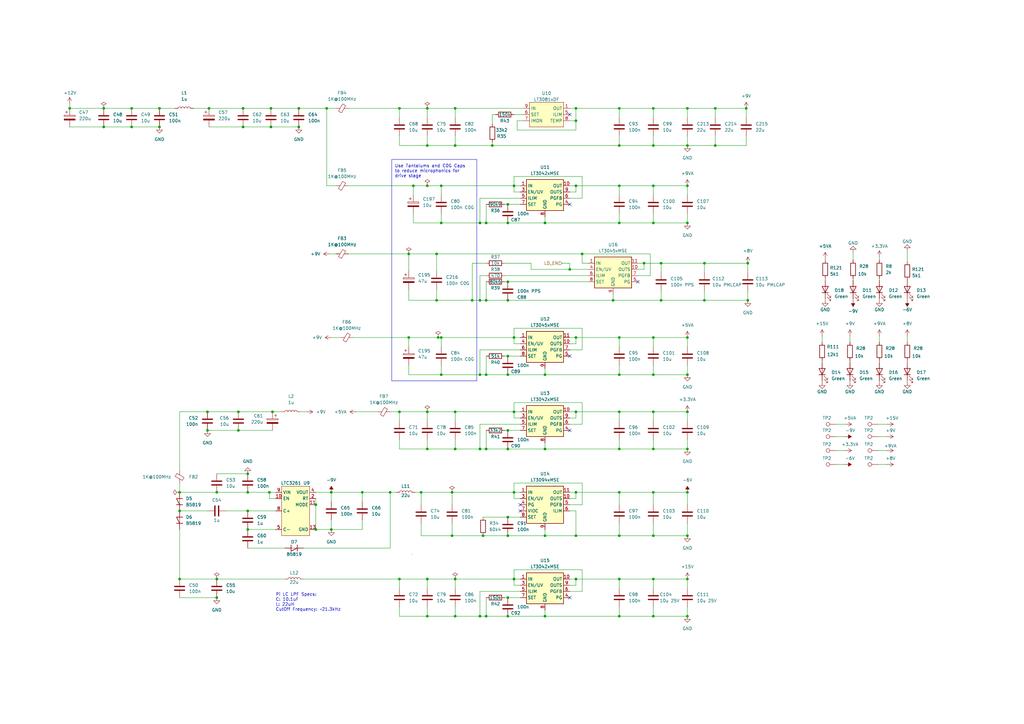
<source format=kicad_sch>
(kicad_sch (version 20230121) (generator eeschema)
  (paper "A3")
  (title_block (title "analog supply") (date "2023-11-27") (rev "r0_3") (company "M-Labs Limited") (comment 1 "Linus Woo Chun Kit"))
  (junction (at 175.26 237.49))
  (junction (at 223.52 184.15))
  (junction (at 236.22 76.2))
  (junction (at 210.82 201.93))
  (junction (at 65.405 44.45))
  (junction (at 210.82 76.2))
  (junction (at 236.22 168.91))
  (junction (at 185.42 219.71))
  (junction (at 101.6 217.17))
  (junction (at 254 184.15))
  (junction (at 208.28 245.11))
  (junction (at 185.42 201.93))
  (junction (at 208.28 176.53))
  (junction (at 135.89 217.17))
  (junction (at 133.985 44.45))
  (junction (at 193.675 123.19))
  (junction (at 281.94 59.69))
  (junction (at 293.37 44.45))
  (junction (at 210.82 138.43))
  (junction (at 254 91.44))
  (junction (at 236.22 49.53))
  (junction (at 208.28 252.73))
  (junction (at 196.85 184.15))
  (junction (at 88.9 237.49))
  (junction (at 199.39 252.73))
  (junction (at 180.975 138.43))
  (junction (at 208.28 184.15))
  (junction (at 65.405 52.07))
  (junction (at 254 44.45))
  (junction (at 238.76 104.14))
  (junction (at 267.97 76.2))
  (junction (at 199.39 153.67))
  (junction (at 254 237.49))
  (junction (at 111.76 168.91))
  (junction (at 306.705 107.95))
  (junction (at 160.02 201.93))
  (junction (at 85.725 44.45))
  (junction (at 53.975 52.07))
  (junction (at 175.26 59.69))
  (junction (at 267.97 201.93))
  (junction (at 99.695 52.07))
  (junction (at 28.575 44.45))
  (junction (at 281.94 138.43))
  (junction (at 267.97 138.43))
  (junction (at 85.09 168.91))
  (junction (at 196.85 91.44))
  (junction (at 199.39 123.19))
  (junction (at 267.97 252.73))
  (junction (at 281.94 237.49))
  (junction (at 186.69 252.73))
  (junction (at 293.37 59.69))
  (junction (at 208.28 123.19))
  (junction (at 254 219.71))
  (junction (at 97.79 168.91))
  (junction (at 148.59 201.93))
  (junction (at 223.52 153.67))
  (junction (at 223.52 91.44))
  (junction (at 236.22 44.45))
  (junction (at 101.6 209.55))
  (junction (at 281.94 76.2))
  (junction (at 281.94 201.93))
  (junction (at 281.94 168.91))
  (junction (at 306.705 123.19))
  (junction (at 186.69 237.49))
  (junction (at 186.69 184.15))
  (junction (at 163.83 168.91))
  (junction (at 236.22 219.71))
  (junction (at 254 168.91))
  (junction (at 281.94 252.73))
  (junction (at 251.46 123.19))
  (junction (at 180.975 76.2))
  (junction (at 179.07 104.14))
  (junction (at 198.12 219.71))
  (junction (at 281.94 184.15))
  (junction (at 267.97 44.45))
  (junction (at 135.89 201.93))
  (junction (at 233.68 110.49))
  (junction (at 180.975 91.44))
  (junction (at 267.97 168.91))
  (junction (at 175.26 168.91))
  (junction (at 281.94 219.71))
  (junction (at 186.69 59.69))
  (junction (at 208.28 83.82))
  (junction (at 122.555 52.07))
  (junction (at 236.22 201.93))
  (junction (at 99.695 44.45))
  (junction (at 254 153.67))
  (junction (at 254 138.43))
  (junction (at 210.82 168.91))
  (junction (at 281.94 91.44))
  (junction (at 254 59.69))
  (junction (at 267.97 184.15))
  (junction (at 288.925 123.19))
  (junction (at 254 76.2))
  (junction (at 101.6 201.93))
  (junction (at 175.26 252.73))
  (junction (at 122.555 44.45))
  (junction (at 196.85 123.19))
  (junction (at 208.28 91.44))
  (junction (at 208.28 153.67))
  (junction (at 73.66 209.55))
  (junction (at 201.93 59.69))
  (junction (at 267.97 237.49))
  (junction (at 208.28 212.09))
  (junction (at 196.85 252.73))
  (junction (at 111.125 52.07))
  (junction (at 175.26 184.15))
  (junction (at 180.975 153.67))
  (junction (at 167.64 104.14))
  (junction (at 88.9 201.93))
  (junction (at 254 201.93))
  (junction (at 85.09 176.53))
  (junction (at 110.49 201.93))
  (junction (at 208.28 115.57))
  (junction (at 264.16 107.95))
  (junction (at 267.97 219.71))
  (junction (at 208.28 146.05))
  (junction (at 223.52 252.73))
  (junction (at 73.66 201.93))
  (junction (at 97.79 176.53))
  (junction (at 267.97 59.69))
  (junction (at 42.545 52.07))
  (junction (at 236.22 237.49))
  (junction (at 281.94 153.67))
  (junction (at 223.52 219.71))
  (junction (at 175.26 76.2))
  (junction (at 208.28 219.71))
  (junction (at 288.925 107.95))
  (junction (at 306.07 44.45))
  (junction (at 169.545 76.2))
  (junction (at 179.705 138.43))
  (junction (at 163.83 44.45))
  (junction (at 199.39 184.15))
  (junction (at 101.6 194.31))
  (junction (at 88.9 245.11))
  (junction (at 167.64 138.43))
  (junction (at 267.97 91.44))
  (junction (at 271.145 123.19))
  (junction (at 175.26 44.45))
  (junction (at 210.82 237.49))
  (junction (at 254 252.73))
  (junction (at 281.94 44.45))
  (junction (at 73.66 237.49))
  (junction (at 163.83 237.49))
  (junction (at 186.69 168.91))
  (junction (at 129.54 207.01))
  (junction (at 53.975 44.45))
  (junction (at 267.97 153.67))
  (junction (at 111.125 44.45))
  (junction (at 42.545 44.45))
  (junction (at 186.69 44.45))
  (junction (at 271.145 107.95))
  (junction (at 179.07 123.19))
  (junction (at 129.54 217.17))
  (junction (at 172.72 201.93))
  (junction (at 236.22 138.43))
  (junction (at 199.39 91.44))
  (junction (at 196.85 153.67))
  (no_connect (at 233.68 176.53))
  (no_connect (at 233.68 245.11))
  (no_connect (at 261.62 115.57))
  (no_connect (at 233.68 46.99))
  (no_connect (at 213.36 209.55))
  (no_connect (at 213.36 207.01))
  (no_connect (at 233.68 83.82))
  (no_connect (at 233.68 146.05))
  (wire (pts (xy 88.9 201.93) (xy 101.6 201.93)))
  (wire (pts (xy 207.01 176.53) (xy 208.28 176.53)))
  (wire (pts (xy 28.575 42.545) (xy 28.575 44.45)))
  (wire (pts (xy 267.97 214.63) (xy 267.97 219.71)))
  (wire (pts (xy 267.97 153.67) (xy 267.97 149.86)))
  (wire (pts (xy 196.85 81.28) (xy 196.85 91.44)))
  (wire (pts (xy 175.26 241.3) (xy 175.26 237.49)))
  (wire (pts (xy 124.46 237.49) (xy 163.83 237.49)))
  (wire (pts (xy 254 237.49) (xy 254 241.3)))
  (wire (pts (xy 233.68 140.97) (xy 236.22 140.97)))
  (wire (pts (xy 148.59 201.93) (xy 148.59 205.74)))
  (wire (pts (xy 281.94 252.73) (xy 281.94 248.92)))
  (wire (pts (xy 271.145 107.95) (xy 271.145 111.76)))
  (wire (pts (xy 135.89 213.36) (xy 135.89 217.17)))
  (wire (pts (xy 163.83 252.73) (xy 163.83 248.92)))
  (wire (pts (xy 208.28 176.53) (xy 213.36 176.53)))
  (wire (pts (xy 349.885 106.68) (xy 349.885 103.505)))
  (wire (pts (xy 111.125 44.45) (xy 122.555 44.45)))
  (wire (pts (xy 135.89 217.17) (xy 129.54 217.17)))
  (wire (pts (xy 201.93 58.42) (xy 201.93 59.69)))
  (wire (pts (xy 196.85 91.44) (xy 199.39 91.44)))
  (wire (pts (xy 288.925 107.95) (xy 288.925 111.76)))
  (wire (pts (xy 342.9 179.07) (xy 346.71 179.07)))
  (wire (pts (xy 267.97 252.73) (xy 281.94 252.73)))
  (wire (pts (xy 186.69 172.72) (xy 186.69 168.91)))
  (wire (pts (xy 196.85 113.03) (xy 199.39 113.03)))
  (wire (pts (xy 236.22 219.71) (xy 223.52 219.71)))
  (wire (pts (xy 175.26 252.73) (xy 175.26 248.92)))
  (wire (pts (xy 167.64 138.43) (xy 167.64 142.24)))
  (wire (pts (xy 185.42 219.71) (xy 198.12 219.71)))
  (wire (pts (xy 201.93 50.8) (xy 201.93 46.99)))
  (wire (pts (xy 267.97 153.67) (xy 281.94 153.67)))
  (wire (pts (xy 85.09 176.53) (xy 97.79 176.53)))
  (wire (pts (xy 207.01 115.57) (xy 208.28 115.57)))
  (wire (pts (xy 210.82 76.2) (xy 213.36 76.2)))
  (wire (pts (xy 85.09 168.91) (xy 97.79 168.91)))
  (wire (pts (xy 342.9 184.785) (xy 346.71 184.785)))
  (wire (pts (xy 163.83 59.69) (xy 175.26 59.69)))
  (wire (pts (xy 210.82 237.49) (xy 213.36 237.49)))
  (wire (pts (xy 254 219.71) (xy 254 214.63)))
  (wire (pts (xy 199.39 184.15) (xy 208.28 184.15)))
  (wire (pts (xy 129.54 201.93) (xy 135.89 201.93)))
  (wire (pts (xy 293.37 44.45) (xy 281.94 44.45)))
  (wire (pts (xy 337.185 137.795) (xy 337.185 140.335)))
  (wire (pts (xy 199.39 252.73) (xy 208.28 252.73)))
  (wire (pts (xy 170.18 201.93) (xy 172.72 201.93)))
  (wire (pts (xy 180.975 80.01) (xy 180.975 76.2)))
  (wire (pts (xy 199.39 245.11) (xy 199.39 252.73)))
  (wire (pts (xy 172.72 214.63) (xy 172.72 219.71)))
  (wire (pts (xy 92.71 209.55) (xy 101.6 209.55)))
  (wire (pts (xy 208.28 184.15) (xy 223.52 184.15)))
  (wire (pts (xy 175.26 184.15) (xy 186.69 184.15)))
  (wire (pts (xy 179.07 118.745) (xy 179.07 123.19)))
  (wire (pts (xy 208.28 91.44) (xy 223.52 91.44)))
  (wire (pts (xy 213.36 204.47) (xy 210.82 204.47)))
  (wire (pts (xy 122.555 44.45) (xy 133.985 44.45)))
  (wire (pts (xy 254 219.71) (xy 267.97 219.71)))
  (wire (pts (xy 208.28 115.57) (xy 241.3 115.57)))
  (wire (pts (xy 163.83 252.73) (xy 175.26 252.73)))
  (wire (pts (xy 185.42 201.93) (xy 210.82 201.93)))
  (wire (pts (xy 186.69 168.91) (xy 210.82 168.91)))
  (wire (pts (xy 293.37 59.69) (xy 306.07 59.69)))
  (wire (pts (xy 199.39 115.57) (xy 199.39 123.19)))
  (wire (pts (xy 180.975 91.44) (xy 180.975 87.63)))
  (wire (pts (xy 199.39 146.05) (xy 199.39 153.67)))
  (wire (pts (xy 254 153.67) (xy 254 149.86)))
  (wire (pts (xy 238.76 134.62) (xy 210.82 134.62)))
  (wire (pts (xy 169.545 76.2) (xy 175.26 76.2)))
  (wire (pts (xy 199.39 153.67) (xy 208.28 153.67)))
  (wire (pts (xy 281.94 59.69) (xy 293.37 59.69)))
  (wire (pts (xy 172.72 219.71) (xy 185.42 219.71)))
  (wire (pts (xy 223.52 91.44) (xy 254 91.44)))
  (wire (pts (xy 236.22 240.03) (xy 236.22 237.49)))
  (wire (pts (xy 101.6 224.79) (xy 116.84 224.79)))
  (wire (pts (xy 198.12 219.71) (xy 208.28 219.71)))
  (wire (pts (xy 254 184.15) (xy 254 180.34)))
  (wire (pts (xy 210.82 140.97) (xy 210.82 138.43)))
  (wire (pts (xy 42.545 52.07) (xy 53.975 52.07)))
  (wire (pts (xy 167.64 104.14) (xy 179.07 104.14)))
  (wire (pts (xy 196.85 81.28) (xy 213.36 81.28)))
  (wire (pts (xy 267.97 59.69) (xy 254 59.69)))
  (wire (pts (xy 212.09 49.53) (xy 214.63 49.53)))
  (wire (pts (xy 271.145 107.95) (xy 288.925 107.95)))
  (wire (pts (xy 267.97 91.44) (xy 267.97 87.63)))
  (wire (pts (xy 223.52 250.19) (xy 223.52 252.73)))
  (wire (pts (xy 271.145 123.19) (xy 271.145 119.38)))
  (wire (pts (xy 254 201.93) (xy 267.97 201.93)))
  (wire (pts (xy 372.11 140.335) (xy 372.11 137.795)))
  (wire (pts (xy 360.68 114.3) (xy 360.68 114.935)))
  (wire (pts (xy 186.69 44.45) (xy 214.63 44.45)))
  (wire (pts (xy 196.85 173.99) (xy 213.36 173.99)))
  (wire (pts (xy 360.045 184.785) (xy 363.855 184.785)))
  (wire (pts (xy 175.26 184.15) (xy 175.26 180.34)))
  (wire (pts (xy 261.62 113.03) (xy 266.7 113.03)))
  (wire (pts (xy 238.76 107.95) (xy 241.3 107.95)))
  (wire (pts (xy 186.69 241.3) (xy 186.69 237.49)))
  (wire (pts (xy 254 237.49) (xy 267.97 237.49)))
  (wire (pts (xy 146.05 168.91) (xy 154.94 168.91)))
  (wire (pts (xy 236.22 237.49) (xy 254 237.49)))
  (wire (pts (xy 210.82 201.93) (xy 213.36 201.93)))
  (wire (pts (xy 236.22 44.45) (xy 236.22 49.53)))
  (wire (pts (xy 207.01 245.11) (xy 208.28 245.11)))
  (wire (pts (xy 179.07 104.14) (xy 238.76 104.14)))
  (wire (pts (xy 210.82 78.74) (xy 210.82 76.2)))
  (wire (pts (xy 196.85 252.73) (xy 199.39 252.73)))
  (wire (pts (xy 180.975 153.67) (xy 196.85 153.67)))
  (wire (pts (xy 236.22 219.71) (xy 254 219.71)))
  (wire (pts (xy 210.82 138.43) (xy 213.36 138.43)))
  (wire (pts (xy 73.66 237.49) (xy 88.9 237.49)))
  (wire (pts (xy 73.66 198.12) (xy 73.66 201.93)))
  (wire (pts (xy 337.185 148.59) (xy 337.185 147.955)))
  (wire (pts (xy 238.76 173.99) (xy 238.76 165.1)))
  (wire (pts (xy 175.26 172.72) (xy 175.26 168.91)))
  (wire (pts (xy 99.695 52.07) (xy 111.125 52.07)))
  (wire (pts (xy 73.66 237.49) (xy 73.66 217.17)))
  (wire (pts (xy 238.76 165.1) (xy 210.82 165.1)))
  (wire (pts (xy 208.28 123.19) (xy 251.46 123.19)))
  (wire (pts (xy 199.39 107.95) (xy 193.675 107.95)))
  (wire (pts (xy 99.695 44.45) (xy 111.125 44.45)))
  (wire (pts (xy 281.94 76.2) (xy 281.94 80.01)))
  (wire (pts (xy 163.83 172.72) (xy 163.83 168.91)))
  (wire (pts (xy 281.94 184.15) (xy 281.94 180.34)))
  (wire (pts (xy 201.93 46.99) (xy 203.2 46.99)))
  (wire (pts (xy 266.7 104.14) (xy 238.76 104.14)))
  (wire (pts (xy 210.82 240.03) (xy 210.82 237.49)))
  (wire (pts (xy 281.94 168.91) (xy 281.94 172.72)))
  (wire (pts (xy 233.68 143.51) (xy 238.76 143.51)))
  (wire (pts (xy 254 48.26) (xy 254 44.45)))
  (wire (pts (xy 196.85 113.03) (xy 196.85 123.19)))
  (wire (pts (xy 236.22 201.93) (xy 254 201.93)))
  (wire (pts (xy 175.26 168.91) (xy 186.69 168.91)))
  (wire (pts (xy 233.68 240.03) (xy 236.22 240.03)))
  (wire (pts (xy 201.93 59.69) (xy 254 59.69)))
  (wire (pts (xy 175.26 44.45) (xy 186.69 44.45)))
  (wire (pts (xy 142.875 44.45) (xy 163.83 44.45)))
  (wire (pts (xy 111.125 52.07) (xy 122.555 52.07)))
  (wire (pts (xy 236.22 138.43) (xy 254 138.43)))
  (wire (pts (xy 110.49 201.93) (xy 113.03 201.93)))
  (wire (pts (xy 360.045 179.07) (xy 363.855 179.07)))
  (wire (pts (xy 233.68 173.99) (xy 238.76 173.99)))
  (wire (pts (xy 217.805 107.95) (xy 217.805 110.49)))
  (wire (pts (xy 210.82 134.62) (xy 210.82 138.43)))
  (wire (pts (xy 267.97 76.2) (xy 267.97 80.01)))
  (wire (pts (xy 267.97 138.43) (xy 281.94 138.43)))
  (wire (pts (xy 254 44.45) (xy 267.97 44.45)))
  (wire (pts (xy 254 91.44) (xy 267.97 91.44)))
  (wire (pts (xy 288.925 123.19) (xy 288.925 119.38)))
  (wire (pts (xy 266.7 113.03) (xy 266.7 104.14)))
  (wire (pts (xy 223.52 151.13) (xy 223.52 153.67)))
  (wire (pts (xy 233.68 110.49) (xy 241.3 110.49)))
  (wire (pts (xy 233.68 138.43) (xy 236.22 138.43)))
  (wire (pts (xy 163.83 59.69) (xy 163.83 55.88)))
  (wire (pts (xy 233.68 81.28) (xy 238.76 81.28)))
  (wire (pts (xy 196.85 153.67) (xy 199.39 153.67)))
  (wire (pts (xy 223.52 181.61) (xy 223.52 184.15)))
  (wire (pts (xy 113.03 204.47) (xy 110.49 204.47)))
  (wire (pts (xy 73.66 245.11) (xy 88.9 245.11)))
  (wire (pts (xy 186.69 59.69) (xy 201.93 59.69)))
  (wire (pts (xy 180.975 153.67) (xy 180.975 149.86)))
  (wire (pts (xy 233.68 76.2) (xy 236.22 76.2)))
  (wire (pts (xy 185.42 214.63) (xy 185.42 219.71)))
  (wire (pts (xy 179.07 104.14) (xy 179.07 111.125)))
  (wire (pts (xy 208.28 252.73) (xy 223.52 252.73)))
  (wire (pts (xy 348.615 148.59) (xy 348.615 147.955)))
  (wire (pts (xy 175.26 252.73) (xy 186.69 252.73)))
  (wire (pts (xy 186.69 48.26) (xy 186.69 44.45)))
  (wire (pts (xy 135.89 201.93) (xy 148.59 201.93)))
  (wire (pts (xy 115.57 168.91) (xy 111.76 168.91)))
  (wire (pts (xy 123.19 168.91) (xy 125.73 168.91)))
  (wire (pts (xy 267.97 44.45) (xy 281.94 44.45)))
  (wire (pts (xy 199.39 176.53) (xy 199.39 184.15)))
  (wire (pts (xy 254 168.91) (xy 254 172.72)))
  (wire (pts (xy 254 201.93) (xy 254 207.01)))
  (wire (pts (xy 185.42 201.93) (xy 185.42 207.01)))
  (wire (pts (xy 135.89 201.93) (xy 135.89 205.74)))
  (wire (pts (xy 213.36 78.74) (xy 210.82 78.74)))
  (wire (pts (xy 267.97 48.26) (xy 267.97 44.45)))
  (wire (pts (xy 163.83 237.49) (xy 175.26 237.49)))
  (wire (pts (xy 196.85 143.51) (xy 213.36 143.51)))
  (wire (pts (xy 186.69 252.73) (xy 186.69 248.92)))
  (wire (pts (xy 167.64 138.43) (xy 179.705 138.43)))
  (wire (pts (xy 233.68 168.91) (xy 236.22 168.91)))
  (wire (pts (xy 212.09 49.53) (xy 212.09 53.34)))
  (wire (pts (xy 372.11 102.87) (xy 372.11 107.315)))
  (wire (pts (xy 180.975 138.43) (xy 210.82 138.43)))
  (wire (pts (xy 236.22 49.53) (xy 233.68 49.53)))
  (wire (pts (xy 271.145 123.19) (xy 288.925 123.19)))
  (wire (pts (xy 338.455 114.935) (xy 338.455 114.3)))
  (wire (pts (xy 233.68 171.45) (xy 236.22 171.45)))
  (wire (pts (xy 254 91.44) (xy 254 87.63)))
  (wire (pts (xy 293.37 55.88) (xy 293.37 59.69)))
  (wire (pts (xy 238.76 81.28) (xy 238.76 72.39)))
  (wire (pts (xy 213.36 240.03) (xy 210.82 240.03)))
  (wire (pts (xy 236.22 209.55) (xy 236.22 219.71)))
  (wire (pts (xy 167.64 153.67) (xy 180.975 153.67)))
  (wire (pts (xy 254 153.67) (xy 267.97 153.67)))
  (wire (pts (xy 101.6 217.17) (xy 113.03 217.17)))
  (wire (pts (xy 163.83 241.3) (xy 163.83 237.49)))
  (wire (pts (xy 306.07 44.45) (xy 293.37 44.45)))
  (wire (pts (xy 233.68 242.57) (xy 238.76 242.57)))
  (wire (pts (xy 236.22 168.91) (xy 254 168.91)))
  (wire (pts (xy 223.52 219.71) (xy 223.52 217.17)))
  (wire (pts (xy 160.02 224.79) (xy 160.02 201.93)))
  (wire (pts (xy 163.83 48.26) (xy 163.83 44.45)))
  (wire (pts (xy 236.22 53.34) (xy 236.22 49.53)))
  (wire (pts (xy 65.405 44.45) (xy 71.755 44.45)))
  (wire (pts (xy 267.97 201.93) (xy 281.94 201.93)))
  (wire (pts (xy 306.07 48.26) (xy 306.07 44.45)))
  (wire (pts (xy 148.59 217.17) (xy 135.89 217.17)))
  (wire (pts (xy 79.375 44.45) (xy 85.725 44.45)))
  (wire (pts (xy 338.455 106.045) (xy 338.455 106.68)))
  (wire (pts (xy 175.26 48.26) (xy 175.26 44.45)))
  (wire (pts (xy 267.97 237.49) (xy 281.94 237.49)))
  (wire (pts (xy 207.01 107.95) (xy 217.805 107.95)))
  (wire (pts (xy 110.49 204.47) (xy 110.49 201.93)))
  (wire (pts (xy 175.26 59.69) (xy 175.26 55.88)))
  (wire (pts (xy 210.82 168.91) (xy 213.36 168.91)))
  (wire (pts (xy 267.97 201.93) (xy 267.97 207.01)))
  (wire (pts (xy 198.12 212.09) (xy 208.28 212.09)))
  (wire (pts (xy 342.9 190.5) (xy 346.71 190.5)))
  (wire (pts (xy 254 252.73) (xy 254 248.92)))
  (wire (pts (xy 233.68 78.74) (xy 236.22 78.74)))
  (wire (pts (xy 172.72 201.93) (xy 172.72 207.01)))
  (wire (pts (xy 238.76 72.39) (xy 210.82 72.39)))
  (wire (pts (xy 199.39 123.19) (xy 208.28 123.19)))
  (wire (pts (xy 254 252.73) (xy 267.97 252.73)))
  (wire (pts (xy 264.16 107.95) (xy 271.145 107.95)))
  (wire (pts (xy 236.22 140.97) (xy 236.22 138.43)))
  (wire (pts (xy 129.54 207.01) (xy 129.54 217.17)))
  (wire (pts (xy 267.97 252.73) (xy 267.97 248.92)))
  (wire (pts (xy 261.62 110.49) (xy 264.16 110.49)))
  (wire (pts (xy 28.575 44.45) (xy 42.545 44.45)))
  (wire (pts (xy 186.69 59.69) (xy 186.69 55.88)))
  (wire (pts (xy 142.875 76.2) (xy 169.545 76.2)))
  (wire (pts (xy 137.795 76.2) (xy 133.985 76.2)))
  (wire (pts (xy 254 55.88) (xy 254 59.69)))
  (wire (pts (xy 288.925 123.19) (xy 306.705 123.19)))
  (wire (pts (xy 196.85 242.57) (xy 196.85 252.73)))
  (wire (pts (xy 267.97 91.44) (xy 281.94 91.44)))
  (wire (pts (xy 360.045 173.99) (xy 363.855 173.99)))
  (wire (pts (xy 73.66 209.55) (xy 85.09 209.55)))
  (wire (pts (xy 186.69 237.49) (xy 210.82 237.49)))
  (wire (pts (xy 101.6 201.93) (xy 110.49 201.93)))
  (wire (pts (xy 85.725 44.45) (xy 99.695 44.45)))
  (wire (pts (xy 186.69 184.15) (xy 186.69 180.34)))
  (wire (pts (xy 264.16 110.49) (xy 264.16 107.95)))
  (wire (pts (xy 73.66 168.91) (xy 73.66 193.04)))
  (wire (pts (xy 210.82 46.99) (xy 214.63 46.99)))
  (wire (pts (xy 133.985 44.45) (xy 133.985 76.2)))
  (wire (pts (xy 135.255 104.14) (xy 137.795 104.14)))
  (wire (pts (xy 349.885 114.935) (xy 349.885 114.3)))
  (wire (pts (xy 88.9 237.49) (xy 116.84 237.49)))
  (wire (pts (xy 169.545 91.44) (xy 180.975 91.44)))
  (wire (pts (xy 261.62 107.95) (xy 264.16 107.95)))
  (wire (pts (xy 210.82 72.39) (xy 210.82 76.2)))
  (wire (pts (xy 281.94 44.45) (xy 281.94 48.26)))
  (wire (pts (xy 254 76.2) (xy 267.97 76.2)))
  (wire (pts (xy 233.68 237.49) (xy 236.22 237.49)))
  (wire (pts (xy 193.675 123.19) (xy 196.85 123.19)))
  (wire (pts (xy 196.85 123.19) (xy 199.39 123.19)))
  (wire (pts (xy 238.76 198.12) (xy 210.82 198.12)))
  (wire (pts (xy 233.68 44.45) (xy 236.22 44.45)))
  (wire (pts (xy 135.89 138.43) (xy 139.7 138.43)))
  (wire (pts (xy 196.85 143.51) (xy 196.85 153.67)))
  (wire (pts (xy 281.94 91.44) (xy 281.94 87.63)))
  (wire (pts (xy 28.575 52.07) (xy 42.545 52.07)))
  (wire (pts (xy 338.455 123.19) (xy 338.455 122.555)))
  (wire (pts (xy 196.85 173.99) (xy 196.85 184.15)))
  (wire (pts (xy 281.94 138.43) (xy 281.94 142.24)))
  (wire (pts (xy 281.94 153.67) (xy 281.94 149.86)))
  (wire (pts (xy 233.68 204.47) (xy 236.22 204.47)))
  (wire (pts (xy 199.39 91.44) (xy 208.28 91.44)))
  (wire (pts (xy 230.505 107.95) (xy 233.68 107.95)))
  (wire (pts (xy 238.76 207.01) (xy 238.76 198.12)))
  (wire (pts (xy 372.11 122.555) (xy 372.11 123.19)))
  (wire (pts (xy 163.83 168.91) (xy 175.26 168.91)))
  (wire (pts (xy 236.22 78.74) (xy 236.22 76.2)))
  (wire (pts (xy 207.01 146.05) (xy 208.28 146.05)))
  (wire (pts (xy 196.85 184.15) (xy 199.39 184.15)))
  (wire (pts (xy 233.68 107.95) (xy 233.68 110.49)))
  (wire (pts (xy 212.09 53.34) (xy 236.22 53.34)))
  (wire (pts (xy 196.85 242.57) (xy 213.36 242.57)))
  (wire (pts (xy 208.28 153.67) (xy 223.52 153.67)))
  (wire (pts (xy 210.82 171.45) (xy 210.82 168.91)))
  (wire (pts (xy 180.975 76.2) (xy 210.82 76.2)))
  (wire (pts (xy 210.82 198.12) (xy 210.82 201.93)))
  (wire (pts (xy 133.985 44.45) (xy 137.795 44.45)))
  (wire (pts (xy 213.36 140.97) (xy 210.82 140.97)))
  (wire (pts (xy 238.76 242.57) (xy 238.76 233.68)))
  (wire (pts (xy 88.9 194.31) (xy 101.6 194.31)))
  (wire (pts (xy 179.07 123.19) (xy 193.675 123.19)))
  (wire (pts (xy 306.705 123.19) (xy 306.705 119.38)))
  (wire (pts (xy 267.97 168.91) (xy 267.97 172.72)))
  (wire (pts (xy 293.37 44.45) (xy 293.37 48.26)))
  (wire (pts (xy 167.64 123.19) (xy 179.07 123.19)))
  (wire (pts (xy 267.97 76.2) (xy 281.94 76.2)))
  (wire (pts (xy 180.975 142.24) (xy 180.975 138.43)))
  (wire (pts (xy 53.975 52.07) (xy 65.405 52.07)))
  (wire (pts (xy 210.82 204.47) (xy 210.82 201.93)))
  (wire (pts (xy 360.68 156.845) (xy 360.68 156.21)))
  (wire (pts (xy 372.11 148.59) (xy 372.11 147.955)))
  (wire (pts (xy 342.9 173.99) (xy 346.71 173.99)))
  (wire (pts (xy 238.76 233.68) (xy 210.82 233.68)))
  (wire (pts (xy 254 138.43) (xy 267.97 138.43)))
  (wire (pts (xy 167.64 118.745) (xy 167.64 123.19)))
  (wire (pts (xy 251.46 120.65) (xy 251.46 123.19)))
  (wire (pts (xy 267.97 219.71) (xy 281.94 219.71)))
  (wire (pts (xy 208.28 245.11) (xy 213.36 245.11)))
  (wire (pts (xy 223.52 88.9) (xy 223.52 91.44)))
  (wire (pts (xy 73.66 168.91) (xy 85.09 168.91)))
  (wire (pts (xy 360.68 106.68) (xy 360.68 105.41)))
  (wire (pts (xy 267.97 237.49) (xy 267.97 241.3)))
  (wire (pts (xy 254 184.15) (xy 267.97 184.15)))
  (wire (pts (xy 360.045 190.5) (xy 363.855 190.5)))
  (wire (pts (xy 236.22 171.45) (xy 236.22 168.91)))
  (wire (pts (xy 210.82 233.68) (xy 210.82 237.49)))
  (wire (pts (xy 281.94 55.88) (xy 281.94 59.69)))
  (wire (pts (xy 372.11 156.845) (xy 372.11 156.21)))
  (wire (pts (xy 42.545 44.45) (xy 53.975 44.45)))
  (wire (pts (xy 199.39 83.82) (xy 199.39 91.44)))
  (wire (pts (xy 160.02 168.91) (xy 163.83 168.91)))
  (wire (pts (xy 124.46 224.79) (xy 160.02 224.79)))
  (wire (pts (xy 254 138.43) (xy 254 142.24)))
  (wire (pts (xy 208.28 212.09) (xy 213.36 212.09)))
  (wire (pts (xy 167.64 104.14) (xy 167.64 111.125)))
  (wire (pts (xy 210.82 165.1) (xy 210.82 168.91)))
  (wire (pts (xy 288.925 107.95) (xy 306.705 107.95)))
  (wire (pts (xy 306.07 59.69) (xy 306.07 55.88)))
  (wire (pts (xy 175.26 76.2) (xy 180.975 76.2)))
  (wire (pts (xy 53.975 44.45) (xy 65.405 44.45)))
  (wire (pts (xy 175.26 59.69) (xy 186.69 59.69)))
  (wire (pts (xy 163.83 184.15) (xy 175.26 184.15)))
  (wire (pts (xy 208.28 146.05) (xy 213.36 146.05)))
  (wire (pts (xy 175.26 237.49) (xy 186.69 237.49)))
  (wire (pts (xy 254 168.91) (xy 267.97 168.91)))
  (wire (pts (xy 111.76 168.91) (xy 97.79 168.91)))
  (wire (pts (xy 348.615 140.335) (xy 348.615 137.795)))
  (wire (pts (xy 160.02 201.93) (xy 148.59 201.93)))
  (wire (pts (xy 348.615 156.21) (xy 348.615 156.845)))
  (wire (pts (xy 172.72 201.93) (xy 185.42 201.93)))
  (wire (pts (xy 169.545 91.44) (xy 169.545 87.63)))
  (wire (pts (xy 281.94 201.93) (xy 281.94 207.01)))
  (wire (pts (xy 85.725 52.07) (xy 99.695 52.07)))
  (wire (pts (xy 101.6 209.55) (xy 113.03 209.55)))
  (wire (pts (xy 223.52 153.67) (xy 254 153.67)))
  (wire (pts (xy 142.875 104.14) (xy 167.64 104.14)))
  (wire (pts (xy 238.76 143.51) (xy 238.76 134.62)))
  (wire (pts (xy 73.66 201.93) (xy 88.9 201.93)))
  (wire (pts (xy 179.705 138.43) (xy 180.975 138.43)))
  (wire (pts (xy 360.68 148.59) (xy 360.68 147.955)))
  (wire (pts (xy 267.97 168.91) (xy 281.94 168.91)))
  (wire (pts (xy 233.68 207.01) (xy 238.76 207.01)))
  (wire (pts (xy 236.22 76.2) (xy 254 76.2)))
  (wire (pts (xy 236.22 204.47) (xy 236.22 201.93)))
  (wire (pts (xy 193.675 107.95) (xy 193.675 123.19)))
  (wire (pts (xy 236.22 44.45) (xy 254 44.45)))
  (wire (pts (xy 144.78 138.43) (xy 167.64 138.43)))
  (wire (pts (xy 208.28 219.71) (xy 223.52 219.71)))
  (wire (pts (xy 236.22 209.55) (xy 233.68 209.55)))
  (wire (pts (xy 111.76 176.53) (xy 97.79 176.53)))
  (wire (pts (xy 186.69 184.15) (xy 196.85 184.15)))
  (wire (pts (xy 337.185 156.21) (xy 337.185 156.845)))
  (wire (pts (xy 267.97 184.15) (xy 267.97 180.34)))
  (wire (pts (xy 207.01 83.82) (xy 208.28 83.82)))
  (wire (pts (xy 167.64 149.86) (xy 167.64 153.67)))
  (wire (pts (xy 267.97 138.43) (xy 267.97 142.24)))
  (wire (pts (xy 217.805 110.49) (xy 233.68 110.49)))
  (wire (pts (xy 213.36 171.45) (xy 210.82 171.45)))
  (wire (pts (xy 349.885 122.555) (xy 349.885 123.19)))
  (wire (pts (xy 360.68 140.335) (xy 360.68 137.795)))
  (wire (pts (xy 233.68 201.93) (xy 236.22 201.93)))
  (wire (pts (xy 254 76.2) (xy 254 80.01)))
  (wire (pts (xy 251.46 123.19) (xy 271.145 123.19)))
  (wire (pts (xy 163.83 44.45) (xy 175.26 44.45)))
  (wire (pts (xy 223.52 184.15) (xy 254 184.15)))
  (wire (pts (xy 208.28 83.82) (xy 213.36 83.82)))
  (wire (pts (xy 180.975 91.44) (xy 196.85 91.44)))
  (wire (pts (xy 306.705 107.95) (xy 306.705 111.76)))
  (wire (pts (xy 360.68 122.555) (xy 360.68 123.19)))
  (wire (pts (xy 281.94 237.49) (xy 281.94 241.3)))
  (wire (pts (xy 148.59 213.36) (xy 148.59 217.17)))
  (wire (pts (xy 267.97 55.88) (xy 267.97 59.69)))
  (wire (pts (xy 129.54 204.47) (xy 129.54 207.01)))
  (wire (pts (xy 267.97 59.69) (xy 281.94 59.69)))
  (wire (pts (xy 223.52 252.73) (xy 254 252.73)))
  (wire (pts (xy 186.69 252.73) (xy 196.85 252.73)))
  (wire (pts (xy 267.97 184.15) (xy 281.94 184.15)))
  (wire (pts (xy 238.76 104.14) (xy 238.76 107.95)))
  (wire (pts (xy 160.02 201.93) (xy 162.56 201.93)))
  (wire (pts (xy 281.94 214.63) (xy 281.94 219.71)))
  (wire (pts (xy 169.545 80.01) (xy 169.545 76.2)))
  (wire (pts (xy 163.83 184.15) (xy 163.83 180.34)))
  (wire (pts (xy 207.01 113.03) (xy 241.3 113.03)))
  (rectangle (start 160.655 65.405) (end 195.58 156.21))
  (text "Pi LC LPF Specs:\nC: 10.1uF\nL: 22uH\nCutOff Frequency: ~21.3kHz" (at 113.03 250.825 0) (effects (font (size 1.27 1.27)) (justify left bottom)))
  (text "Use Tantalums and C0G Caps\nto reduce microphonics for \ndrive stage" (at 161.925 73.025 0) (effects (font (size 1.27 1.27)) (justify left bottom)))
  (hierarchical_label "LD_EN" (shape input) (at 230.505 107.95 180))
  (symbol (lib_id "Device:R") (at 198.12 215.9 0) (unit 1)
    (property "Reference" "R34" (at 200.66 214.6299 0) (effects (justify left)))
    (property "Value" "60k4" (at 200.66 217.1699 0) (effects (justify left)))
    (property "Footprint" "Resistor_SMD:R_0603_1608Metric" (effects hide))
    (property "MFR_PN" "RT0603FRE0760K4L" (effects hide))
    (property "MFR_PN_ALT" "RC0603FR-0760K4L" (effects hide))
  )
  (symbol (lib_id "Device:LED") (at 349.885 118.745 90) (unit 1)
    (property "Reference" "D11" (at 353.695 119.0625 90) (effects (justify right)))
    (property "Value" "Green" (at 353.695 121.6025 90) (effects (justify right)))
    (property "Footprint" "LED_SMD:LED_0603_1608Metric" (effects hide))
    (property "MFR_PN" "150060GS75000" (effects hide))
  )
  (symbol (lib_id "Device:LED") (at 372.11 152.4 90) (unit 1)
    (property "Reference" "D17" (at 375.92 152.7175 90) (effects (justify right)))
    (property "Value" "Green" (at 375.92 155.2575 90) (effects (justify right)))
    (property "Footprint" "LED_SMD:LED_0603_1608Metric" (effects hide))
    (property "MFR_PN" "150060GS75000" (effects hide))
  )
  (symbol (lib_id "Device:C") (at 85.09 172.72 0) (mirror y) (unit 1)
    (property "Reference" "C52" (at 81.28 171.4499 0) (effects (justify left)))
    (property "Value" "100n" (at 81.28 173.9899 0) (effects (justify left)))
    (property "Footprint" "Capacitor_SMD:C_0603_1608Metric" (effects hide))
    (property "MFR_PN" "CL10B104KB8NNWC" (effects hide))
    (property "MFR_PN_ALT" "CL10B104KB8NNNL" (effects hide))
  )
  (symbol (lib_id "Device:C") (at 254 83.82 0) (unit 1)
    (property "Reference" "C94" (at 257.81 82.5499 0) (effects (justify left)))
    (property "Value" "100n" (at 257.81 85.0899 0) (effects (justify left)))
    (property "Footprint" "Capacitor_SMD:C_0603_1608Metric" (effects hide))
    (property "MFR_PN" "CL10B104KB8NNWC" (effects hide))
    (property "MFR_PN_ALT" "CL10B104KB8NNNL" (effects hide))
  )
  (symbol (lib_id "power:+5VA") (at 281.94 138.43 0) (unit 1)
    (property "Reference" "#PWR089" (effects hide))
    (property "Value" "+5VA" (at 281.94 133.35 0))
  )
  (symbol (lib_id "Device:C") (at 101.6 213.36 0) (unit 1)
    (property "Reference" "C59" (at 105.41 212.0899 0) (effects (justify left)))
    (property "Value" "1u" (at 105.41 214.6299 0) (effects (justify left)))
    (property "Footprint" "Capacitor_SMD:C_0603_1608Metric" (effects hide))
    (property "MFR_PN" "CL10B105KA8NNNC" (effects hide))
    (property "MFR_PN_ALT" "CGA3E1X7R1E105K080AC" (effects hide))
  )
  (symbol (lib_id "power:PWR_FLAG") (at 175.26 76.2 0) (unit 1)
    (property "Reference" "#FLG010" (effects hide))
    (property "Value" "PWR_FLAG" (effects hide))
  )
  (symbol (lib_id "Device:C") (at 148.59 209.55 0) (unit 1)
    (property "Reference" "C66" (at 152.4 208.2799 0) (effects (justify left)))
    (property "Value" "10u" (at 152.4 210.8199 0) (effects (justify left)))
    (property "Footprint" "Capacitor_SMD:C_0805_2012Metric" (effects hide))
    (property "MFR_PN" "CL21B106KOQNNNG" (effects hide))
    (property "MFR_PN_ALT" "CL21B106KOQNNNE" (effects hide))
  )
  (symbol (lib_id "Device:R") (at 203.2 83.82 90) (unit 1)
    (property "Reference" "R36" (at 203.2 86.36 90))
    (property "Value" "90k9" (at 203.2 83.82 90))
    (property "Footprint" "Resistor_SMD:R_0603_1608Metric" (effects hide))
    (property "MFR_PN" "RT0603FRE0790K9L" (effects hide))
    (property "MFR_PN_ALT" "ERJ-UP3F9092V" (effects hide))
  )
  (symbol (lib_id "Device:R") (at 203.2 245.11 90) (unit 1)
    (property "Reference" "R42" (at 203.2 247.65 90))
    (property "Value" "150k" (at 203.2 245.11 90))
    (property "Footprint" "Resistor_SMD:R_0603_1608Metric" (effects hide))
    (property "MFR_PN" "CRGCQ0603F150K" (effects hide))
    (property "MFR_PN_ALT" "RMCF0603FG150K" (effects hide))
  )
  (symbol (lib_id "Device:C") (at 281.94 210.82 0) (unit 1)
    (property "Reference" "C110" (at 285.75 209.5499 0) (effects (justify left)))
    (property "Value" "10u" (at 285.75 212.0899 0) (effects (justify left)))
    (property "Footprint" "Capacitor_SMD:C_0805_2012Metric" (effects hide))
    (property "MFR_PN" "GRM21BZ71E106KE15K" (effects hide))
    (property "MFR_PN_ALT" "GRM21BZ71E106KE15L" (effects hide))
  )
  (symbol (lib_id "Device:C") (at 99.695 48.26 0) (unit 1)
    (property "Reference" "C62" (at 103.505 46.9899 0) (effects (justify left)))
    (property "Value" "10u" (at 103.505 49.5299 0) (effects (justify left)))
    (property "Footprint" "Capacitor_SMD:C_0805_2012Metric" (effects hide))
    (property "MFR_PN" "CL21B106KOQNNNG" (effects hide))
    (property "MFR_PN_ALT" "CL21B106KOQNNNE" (effects hide))
  )
  (symbol (lib_id "Device:R") (at 338.455 110.49 180) (unit 1)
    (property "Reference" "R121" (at 342.9 109.855 0))
    (property "Value" "5k1" (at 342.265 112.395 0))
    (property "Footprint" "Resistor_SMD:R_0603_1608Metric" (effects hide))
    (property "MFR_PN" "RMCF0603FT5K10" (effects hide))
    (property "MFR_PN_ALT" "CR0603-FX-5101ELF" (effects hide))
    (instances (project "kirdy" (path "" (reference "R121") (unit 1)) (path "" (reference "R126") (unit 1))))
  )
  (symbol (lib_id "power:+9VA") (at 363.855 184.785 270) (unit 1)
    (property "Reference" "#PWR0212" (effects hide))
    (property "Value" "+9VA" (at 362.585 182.88 90) (effects (justify left)))
  )
  (symbol (lib_id "power:GND") (at 349.885 103.505 180) (unit 1)
    (property "Reference" "#PWR0195" (effects hide))
    (property "Value" "GND" (at 349.885 99.695 0))
  )
  (symbol (lib_id "power:PWR_FLAG") (at 167.64 104.14 0) (unit 1)
    (property "Reference" "#FLG08" (effects hide))
    (property "Value" "PWR_FLAG" (effects hide))
  )
  (symbol (lib_id "power:GND") (at 337.185 156.845 0) (unit 1)
    (property "Reference" "#PWR0201" (effects hide))
    (property "Value" "GND" (at 337.185 160.655 0))
  )
  (symbol (lib_id "Device:FerriteBead_Small") (at 73.66 195.58 180) (unit 1)
    (property "Reference" "FB2" (at 77.47 195.58 0) (effects (justify right)))
    (property "Value" "1K@100MHz" (at 58.42 195.58 0) (effects (justify right)))
    (property "Footprint" "Inductor_SMD:L_1210_3225Metric" (effects hide))
    (property "MFR_PN" "FBMH3225HM102NT" (effects hide))
    (property "MFR_PN_ALT" "FBMH3225HM102NTV" (effects hide))
  )
  (symbol (lib_id "Device:C_Polarized") (at 169.545 83.82 0) (unit 1)
    (property "Reference" "C197" (at 173.355 81.6609 0) (effects (justify left)))
    (property "Value" "10u" (at 173.355 84.2009 0) (effects (justify left)))
    (property "Footprint" "Capacitor_Tantalum_SMD:CP_EIA-3528-21_Kemet-B" (effects hide))
    (property "MFR_PN" "T491B106K016ATAUTO" (effects hide))
    (instances (project "kirdy" (path "" (reference "C197") (unit 1)) (path "" (reference "C67") (unit 1))))
  )
  (symbol (lib_id "Device:C") (at 208.28 180.34 0) (unit 1)
    (property "Reference" "C90" (at 209.55 182.88 0) (effects (justify left)))
    (property "Value" "100n" (at 212.09 180.34 0) (effects (justify left)))
    (property "Footprint" "Capacitor_SMD:C_0603_1608Metric" (effects hide))
    (property "MFR_PN" "CL10B104KB8NNWC" (effects hide))
    (property "MFR_PN_ALT" "CL10B104KB8NNNL" (effects hide))
  )
  (symbol (lib_id "Device:C") (at 175.26 176.53 0) (unit 1)
    (property "Reference" "C78" (at 179.07 175.2599 0) (effects (justify left)))
    (property "Value" "10u" (at 179.07 177.7999 0) (effects (justify left)))
    (property "Footprint" "Capacitor_SMD:C_0805_2012Metric" (effects hide))
    (property "MFR_PN" "CL21B106KOQNNNG" (effects hide))
    (property "MFR_PN_ALT" "CL21B106KOQNNNE" (effects hide))
  )
  (symbol (lib_id "Device:C") (at 254 52.07 0) (unit 1)
    (property "Reference" "C93" (at 257.81 50.7999 0) (effects (justify left)))
    (property "Value" "100n" (at 257.81 53.3399 0) (effects (justify left)))
    (property "Footprint" "Capacitor_SMD:C_0603_1608Metric" (effects hide))
    (property "MFR_PN" "CL10B104KB8NNWC" (effects hide))
    (property "MFR_PN_ALT" "CL10B104KB8NNNL" (effects hide))
  )
  (symbol (lib_id "power:GND") (at 306.705 123.19 0) (unit 1)
    (property "Reference" "#PWR098" (effects hide))
    (property "Value" "GND" (at 306.705 128.27 0))
  )
  (symbol (lib_id "Device:C") (at 267.97 210.82 0) (unit 1)
    (property "Reference" "C103" (at 271.78 209.5499 0) (effects (justify left)))
    (property "Value" "10u" (at 271.78 212.0899 0) (effects (justify left)))
    (property "Footprint" "Capacitor_SMD:C_0805_2012Metric" (effects hide))
    (property "MFR_PN" "CL21B106KOQNNNG" (effects hide))
    (property "MFR_PN_ALT" "CL21B106KOQNNNE" (effects hide))
  )
  (symbol (lib_id "Device:C") (at 175.26 245.11 0) (unit 1)
    (property "Reference" "C79" (at 179.07 243.8399 0) (effects (justify left)))
    (property "Value" "10u" (at 179.07 246.3799 0) (effects (justify left)))
    (property "Footprint" "Capacitor_SMD:C_0805_2012Metric" (effects hide))
    (property "MFR_PN" "CL21B106KOQNNNG" (effects hide))
    (property "MFR_PN_ALT" "CL21B106KOQNNNE" (effects hide))
  )
  (symbol (lib_id "Device:R") (at 372.11 111.125 180) (unit 1)
    (property "Reference" "R121" (at 376.555 110.49 0))
    (property "Value" "5k1" (at 375.92 113.03 0))
    (property "Footprint" "Resistor_SMD:R_0603_1608Metric" (effects hide))
    (property "MFR_PN" "RMCF0603FT5K10" (effects hide))
    (property "MFR_PN_ALT" "CR0603-FX-5101ELF" (effects hide))
    (instances (project "kirdy" (path "" (reference "R121") (unit 1)) (path "" (reference "R130") (unit 1))))
  )
  (symbol (lib_id "Device:C") (at 186.69 245.11 0) (unit 1)
    (property "Reference" "C86" (at 190.5 243.8399 0) (effects (justify left)))
    (property "Value" "100n" (at 190.5 246.3799 0) (effects (justify left)))
    (property "Footprint" "Capacitor_SMD:C_0603_1608Metric" (effects hide))
    (property "MFR_PN" "CL10B104KB8NNWC" (effects hide))
    (property "MFR_PN_ALT" "CL10B104KB8NNNL" (effects hide))
  )
  (symbol (lib_id "power:+5VA") (at 338.455 106.045 0) (unit 1)
    (property "Reference" "#PWR0202" (effects hide))
    (property "Value" "+5VA" (at 338.455 100.965 0))
  )
  (symbol (lib_id "Device:LED") (at 360.68 152.4 90) (unit 1)
    (property "Reference" "D16" (at 364.49 152.7175 90) (effects (justify right)))
    (property "Value" "Green" (at 364.49 155.2575 90) (effects (justify right)))
    (property "Footprint" "LED_SMD:LED_0603_1608Metric" (effects hide))
    (property "MFR_PN" "150060GS75000" (effects hide))
  )
  (symbol (lib_id "Device:R") (at 203.2 146.05 90) (unit 1)
    (property "Reference" "R40" (at 203.2 148.59 90))
    (property "Value" "51k" (at 203.2 146.05 90))
    (property "Footprint" "Resistor_SMD:R_0603_1608Metric" (effects hide))
    (property "MFR_PN" "RMCF0603FT51K0" (effects hide))
    (property "MFR_PN_ALT" "CR0603-FX-5102ELF" (effects hide))
  )
  (symbol (lib_id "Device:C") (at 175.26 52.07 0) (unit 1)
    (property "Reference" "C75" (at 179.07 50.7999 0) (effects (justify left)))
    (property "Value" "10u" (at 179.07 53.3399 0) (effects (justify left)))
    (property "Footprint" "Capacitor_SMD:C_0805_2012Metric" (effects hide))
    (property "MFR_PN" "CL21B106KOQNNNG" (effects hide))
    (property "MFR_PN_ALT" "CL21B106KOQNNNE" (effects hide))
  )
  (symbol (lib_id "Device:L") (at 75.565 44.45 90) (unit 1)
    (property "Reference" "L1" (at 75.565 38.1 90))
    (property "Value" "1u" (at 75.565 40.64 90))
    (property "Footprint" "Inductor_SMD:L_1008_2520Metric" (effects hide))
    (property "MFR_PN" "DFE252012F-1R0M=P2" (effects hide))
    (property "MFR_PN_ALT" "DFE252012P-1R0M=P2" (effects hide))
  )
  (symbol (lib_id "Device:D_Shockley") (at 73.66 213.36 90) (unit 1)
    (property "Reference" "D6" (at 76.2 212.0899 90) (effects (justify right)))
    (property "Value" "B5819" (at 76.2 214.6299 90) (effects (justify right)))
    (property "Footprint" "Diode_SMD:D_SOD-323" (effects hide))
    (property "MFR_PN" "B5819WS-TP" (effects hide))
  )
  (symbol (lib_id "power:-9V") (at 135.89 201.93 0) (unit 1)
    (property "Reference" "#PWR080" (effects hide))
    (property "Value" "-9V" (at 135.89 196.85 0))
  )
  (symbol (lib_id "Device:FerriteBead_Small") (at 140.335 104.14 90) (unit 1)
    (property "Reference" "FB3" (at 140.2969 97.79 90))
    (property "Value" "1K@100MHz" (at 140.2969 100.33 90))
    (property "Footprint" "Inductor_SMD:L_1210_3225Metric" (effects hide))
    (property "MFR_PN" "FBMH3225HM102NT" (effects hide))
    (property "MFR_PN_ALT" "FBMH3225HM102NTV" (effects hide))
  )
  (symbol (lib_id "Device:C") (at 254 210.82 0) (unit 1)
    (property "Reference" "C97" (at 257.81 209.5499 0) (effects (justify left)))
    (property "Value" "100n" (at 257.81 212.0899 0) (effects (justify left)))
    (property "Footprint" "Capacitor_SMD:C_0603_1608Metric" (effects hide))
    (property "MFR_PN" "CL10B104KB8NNWC" (effects hide))
    (property "MFR_PN_ALT" "CL10B104KB8NNNL" (effects hide))
  )
  (symbol (lib_id "power:PWR_FLAG") (at 179.705 138.43 0) (unit 1)
    (property "Reference" "#FLG011" (effects hide))
    (property "Value" "PWR_FLAG" (effects hide))
  )
  (symbol (lib_id "power:GND") (at 281.94 91.44 0) (unit 1)
    (property "Reference" "#PWR088" (effects hide))
    (property "Value" "GND" (at 281.94 96.52 0))
  )
  (symbol (lib_id "power:+9V") (at 306.07 44.45 0) (unit 1)
    (property "Reference" "#PWR085" (effects hide))
    (property "Value" "+9V" (at 306.07 39.37 0))
  )
  (symbol (lib_id "power:PWR_FLAG") (at 185.42 201.93 0) (unit 1)
    (property "Reference" "#FLG013" (effects hide))
    (property "Value" "PWR_FLAG" (effects hide))
  )
  (symbol (lib_id "power:+3.3VA") (at 346.71 184.785 270) (unit 1)
    (property "Reference" "#PWR0209" (effects hide))
    (property "Value" "+3.3VA" (at 348.615 182.245 90))
  )
  (symbol (lib_id "Device:C") (at 208.28 119.38 0) (unit 1)
    (property "Reference" "C88" (at 212.09 121.92 0) (effects (justify left)))
    (property "Value" "100n PPS" (at 212.09 119.38 0) (effects (justify left)))
    (property "Footprint" "Capacitor_SMD:C_1210_3225Metric" (effects hide))
    (property "MFR_PN" "ECH-U1C104JX5" (effects hide))
  )
  (symbol (lib_id "Device:C") (at 281.94 245.11 0) (unit 1)
    (property "Reference" "C111" (at 285.75 243.84 0) (effects (justify left)))
    (property "Value" "10u 25V" (at 285.75 246.38 0) (effects (justify left)))
    (property "Footprint" "Capacitor_SMD:C_0805_2012Metric" (effects hide))
    (property "MFR_PN" "GRM21BZ71E106KE15K" (effects hide))
    (property "MFR_PN_ALT" "GRM21BZ71E106KE15L" (effects hide))
  )
  (symbol (lib_id "Connector:TestPoint") (at 342.9 173.99 90) (unit 1)
    (property "Reference" "TP2" (at 340.995 171.45 90) (effects (justify left)))
    (property "Value" "TestPoint" (effects hide))
    (property "Footprint" "TestPoint:TestPoint_Pad_1.0x1.0mm" (effects hide))
    (instances (project "kirdy" (path "" (reference "TP2") (unit 1)) (path "" (reference "TP4") (unit 1))))
  )
  (symbol (lib_id "Device:C") (at 122.555 48.26 0) (unit 1)
    (property "Reference" "C64" (at 126.365 46.9899 0) (effects (justify left)))
    (property "Value" "100n" (at 126.365 49.5299 0) (effects (justify left)))
    (property "Footprint" "Capacitor_SMD:C_0603_1608Metric" (effects hide))
    (property "MFR_PN" "CL10B104KB8NNWC" (effects hide))
    (property "MFR_PN_ALT" "CL10B104KB8NNNL" (effects hide))
  )
  (symbol (lib_id "Device:L") (at 120.65 237.49 90) (unit 1)
    (property "Reference" "L12" (at 120.65 234.95 90))
    (property "Value" "22u" (at 120.65 238.76 90))
    (property "Footprint" "Inductor_SMD:L_1210_3225Metric" (effects hide))
    (property "Datasheet" "https://www.mouser.hk/datasheet/2/396/LSQ02_e-3082146.pdf" (effects hide))
    (property "MFR_PN" "C3225T220KR" (effects hide))
    (property "MFR_PN_ALT" "LSQPA322525T220KR" (effects hide))
  )
  (symbol (lib_id "power:GND") (at 372.11 102.87 180) (unit 1)
    (property "Reference" "#PWR0197" (effects hide))
    (property "Value" "GND" (at 372.11 99.06 0))
  )
  (symbol (lib_id "Device:C") (at 271.145 115.57 0) (unit 1)
    (property "Reference" "C105" (at 274.955 114.2999 0) (effects (justify left)))
    (property "Value" "100n PPS" (at 274.955 116.8399 0) (effects (justify left)))
    (property "Footprint" "Capacitor_SMD:C_1210_3225Metric" (effects hide))
    (property "MFR_PN" "ECH-U1C104JX5" (effects hide))
  )
  (symbol (lib_id "Device:C") (at 88.9 198.12 0) (unit 1)
    (property "Reference" "C53" (at 92.71 196.8499 0) (effects (justify left)))
    (property "Value" "10u" (at 92.71 199.3899 0) (effects (justify left)))
    (property "Footprint" "Capacitor_SMD:C_0805_2012Metric" (effects hide))
    (property "MFR_PN" "CL21B106KOQNNNG" (effects hide))
    (property "MFR_PN_ALT" "CL21B106KOQNNNE" (effects hide))
  )
  (symbol (lib_id "Regulator_Linear:LT3042xMSE") (at 223.52 78.74 0) (unit 1)
    (property "Reference" "U11" (at 223.52 68.58 0))
    (property "Value" "LT3042xMSE" (at 223.52 71.12 0))
    (property "Footprint" "Package_SO:MSOP-10-1EP_3x3mm_P0.5mm_EP1.68x1.88mm" (effects hide))
    (property "Datasheet" "https://www.analog.com/media/en/technical-documentation/data-sheets/3042fb.pdf" (effects hide))
    (property "MFR_PN" "LT3042IMSE#PBF" (effects hide))
    (property "MFR_PN_ALT" "LT3042IMSE#TRPBF" (effects hide))
  )
  (symbol (lib_id "Device:C") (at 267.97 52.07 0) (unit 1)
    (property "Reference" "C99" (at 271.78 50.7999 0) (effects (justify left)))
    (property "Value" "10u" (at 271.78 53.3399 0) (effects (justify left)))
    (property "Footprint" "Capacitor_SMD:C_0805_2012Metric" (effects hide))
    (property "MFR_PN" "CL21B106KOQNNNG" (effects hide))
    (property "MFR_PN_ALT" "CL21B106KOQNNNE" (effects hide))
  )
  (symbol (lib_id "Device:C") (at 101.6 220.98 0) (unit 1)
    (property "Reference" "C60" (at 105.41 219.7099 0) (effects (justify left)))
    (property "Value" "1u" (at 105.41 222.2499 0) (effects (justify left)))
    (property "Footprint" "Capacitor_SMD:C_0603_1608Metric" (effects hide))
    (property "MFR_PN" "CL10B105KA8NNNC" (effects hide))
    (property "MFR_PN_ALT" "CGA3E1X7R1E105K080AC" (effects hide))
  )
  (symbol (lib_id "Device:C_Polarized") (at 111.76 172.72 0) (mirror y) (unit 1)
    (property "Reference" "C61" (at 107.95 170.5609 0) (effects (justify left)))
    (property "Value" "220u" (at 107.95 173.1009 0) (effects (justify left)))
    (property "Footprint" "Capacitor_Tantalum_SMD:CP_EIA-7343-15_Kemet-W" (effects hide))
    (property "MFR_PN" "T491D227K016AT" (effects hide))
    (property "MFR_PN_ALT" "293D227X9016E2TE3" (effects hide))
  )
  (symbol (lib_id "Device:C") (at 254 245.11 0) (unit 1)
    (property "Reference" "C98" (at 257.81 243.8399 0) (effects (justify left)))
    (property "Value" "100n" (at 257.81 246.3799 0) (effects (justify left)))
    (property "Footprint" "Capacitor_SMD:C_0603_1608Metric" (effects hide))
    (property "MFR_PN" "CL10B104KB8NNWC" (effects hide))
    (property "MFR_PN_ALT" "CL10B104KB8NNNL" (effects hide))
  )
  (symbol (lib_id "Device:C") (at 88.9 241.3 0) (unit 1)
    (property "Reference" "C55" (at 92.71 240.0299 0) (effects (justify left)))
    (property "Value" "10u" (at 92.71 242.5699 0) (effects (justify left)))
    (property "Footprint" "Capacitor_SMD:C_0805_2012Metric" (effects hide))
    (property "MFR_PN" "CL21B106KOQNNNG" (effects hide))
    (property "MFR_PN_ALT" "CL21B106KOQNNNE" (effects hide))
  )
  (symbol (lib_id "Device:C") (at 281.94 52.07 0) (unit 1)
    (property "Reference" "C213" (at 285.75 50.8 0) (effects (justify left)))
    (property "Value" "22u" (at 285.75 53.34 0) (effects (justify left)))
    (property "Footprint" "Capacitor_SMD:C_1210_3225Metric" (effects hide))
    (property "MFR_PN" "CL32A226MOJNNNE" (effects hide))
  )
  (symbol (lib_id "Device:C") (at 53.975 48.26 0) (unit 1)
    (property "Reference" "C49" (at 57.785 46.9899 0) (effects (justify left)))
    (property "Value" "10u" (at 57.785 49.5299 0) (effects (justify left)))
    (property "Footprint" "Capacitor_SMD:C_0805_2012Metric" (effects hide))
    (property "MFR_PN" "CL21B106KOQNNNG" (effects hide))
    (property "MFR_PN_ALT" "CL21B106KOQNNNE" (effects hide))
  )
  (symbol (lib_id "Device:R") (at 360.68 110.49 180) (unit 1)
    (property "Reference" "R8" (at 363.22 109.22 0) (effects (justify right)))
    (property "Value" "2k" (at 363.22 111.76 0) (effects (justify right)))
    (property "Footprint" "Resistor_SMD:R_0603_1608Metric" (effects hide))
    (property "MFR_PN" "RC0603FR-072KL" (effects hide))
    (property "MFR_PN_ALT" "ERJ-3EKF2001V" (effects hide))
    (instances (project "kirdy" (path "" (reference "R8") (unit 1)) (path "" (reference "R128") (unit 1))))
  )
  (symbol (lib_id "Device:C") (at 208.28 149.86 0) (unit 1)
    (property "Reference" "C89" (at 209.55 152.4 0) (effects (justify left)))
    (property "Value" "100n" (at 212.09 149.86 0) (effects (justify left)))
    (property "Footprint" "Capacitor_SMD:C_0603_1608Metric" (effects hide))
    (property "MFR_PN" "CL10B104KB8NNWC" (effects hide))
    (property "MFR_PN_ALT" "CL10B104KB8NNNL" (effects hide))
  )
  (symbol (lib_id "Device:C") (at 281.94 176.53 0) (unit 1)
    (property "Reference" "C109" (at 285.75 175.2599 0) (effects (justify left)))
    (property "Value" "10u" (at 285.75 177.7999 0) (effects (justify left)))
    (property "Footprint" "Capacitor_SMD:C_0805_2012Metric" (effects hide))
    (property "MFR_PN" "CL21B106KOQNNNG" (effects hide))
    (property "MFR_PN_ALT" "CL21B106KOQNNNE" (effects hide))
  )
  (symbol (lib_id "Device:C") (at 172.72 210.82 0) (unit 1)
    (property "Reference" "C74" (at 176.53 209.5499 0) (effects (justify left)))
    (property "Value" "10u" (at 176.53 212.0899 0) (effects (justify left)))
    (property "Footprint" "Capacitor_SMD:C_0805_2012Metric" (effects hide))
    (property "MFR_PN" "CL21B106KOQNNNG" (effects hide))
    (property "MFR_PN_ALT" "CL21B106KOQNNNE" (effects hide))
  )
  (symbol (lib_id "Device:FerriteBead_Small") (at 157.48 168.91 90) (unit 1)
    (property "Reference" "FB7" (at 157.4419 162.56 90))
    (property "Value" "1K@100MHz" (at 157.4419 165.1 90))
    (property "Footprint" "Inductor_SMD:L_1210_3225Metric" (effects hide))
    (property "MFR_PN" "FBMH3225HM102NT" (effects hide))
    (property "MFR_PN_ALT" "FBMH3225HM102NTV" (effects hide))
  )
  (symbol (lib_id "Device:C_Polarized") (at 85.725 48.26 0) (unit 1)
    (property "Reference" "C57" (at 89.535 46.1009 0) (effects (justify left)))
    (property "Value" "220u" (at 89.535 48.6409 0) (effects (justify left)))
    (property "Footprint" "Capacitor_Tantalum_SMD:CP_EIA-7343-15_Kemet-W" (effects hide))
    (property "MFR_PN" "T491D227K016AT" (effects hide))
    (property "MFR_PN_ALT" "293D227X9016E2TE3" (effects hide))
  )
  (symbol (lib_id "Device:C") (at 267.97 176.53 0) (unit 1)
    (property "Reference" "C102" (at 271.78 175.2599 0) (effects (justify left)))
    (property "Value" "10u" (at 271.78 177.7999 0) (effects (justify left)))
    (property "Footprint" "Capacitor_SMD:C_0805_2012Metric" (effects hide))
    (property "MFR_PN" "CL21B106KOQNNNG" (effects hide))
    (property "MFR_PN_ALT" "CL21B106KOQNNNE" (effects hide))
  )
  (symbol (lib_id "Device:C") (at 97.79 172.72 0) (mirror y) (unit 1)
    (property "Reference" "C56" (at 93.98 171.4499 0) (effects (justify left)))
    (property "Value" "10u" (at 93.98 173.9899 0) (effects (justify left)))
    (property "Footprint" "Capacitor_SMD:C_0805_2012Metric" (effects hide))
    (property "MFR_PN" "CL21B106KOQNNNG" (effects hide))
    (property "MFR_PN_ALT" "CL21B106KOQNNNE" (effects hide))
  )
  (symbol (lib_id "power:GND") (at 348.615 156.845 0) (unit 1)
    (property "Reference" "#PWR0199" (effects hide))
    (property "Value" "GND" (at 348.615 160.655 0))
  )
  (symbol (lib_id "power:PWR_FLAG") (at 42.545 44.45 0) (unit 1)
    (property "Reference" "#FLG05" (effects hide))
    (property "Value" "PWR_FLAG" (effects hide))
  )
  (symbol (lib_id "Device:C") (at 281.94 83.82 0) (unit 1)
    (property "Reference" "C107" (at 285.75 82.5499 0) (effects (justify left)))
    (property "Value" "10u" (at 285.75 85.0899 0) (effects (justify left)))
    (property "Footprint" "Capacitor_SMD:C_0805_2012Metric" (effects hide))
    (property "MFR_PN" "CL21B106KOQNNNG" (effects hide))
    (property "MFR_PN_ALT" "CL21B106KOQNNNE" (effects hide))
  )
  (symbol (lib_id "Device:FerriteBead_Small") (at 142.24 138.43 90) (unit 1)
    (property "Reference" "FB6" (at 142.2019 132.08 90))
    (property "Value" "1K@100MHz" (at 142.2019 134.62 90))
    (property "Footprint" "Inductor_SMD:L_1210_3225Metric" (effects hide))
    (property "MFR_PN" "FBMH3225HM102NT" (effects hide))
    (property "MFR_PN_ALT" "FBMH3225HM102NTV" (effects hide))
  )
  (symbol (lib_id "power:+9VA") (at 281.94 76.2 0) (unit 1)
    (property "Reference" "#PWR087" (effects hide))
    (property "Value" "+9VA" (at 281.94 71.12 0))
  )
  (symbol (lib_id "Device:C") (at 163.83 176.53 0) (unit 1)
    (property "Reference" "C71" (at 167.64 175.2599 0) (effects (justify left)))
    (property "Value" "10u" (at 167.64 177.7999 0) (effects (justify left)))
    (property "Footprint" "Capacitor_SMD:C_0805_2012Metric" (effects hide))
    (property "MFR_PN" "CL21B106KOQNNNG" (effects hide))
    (property "MFR_PN_ALT" "CL21B106KOQNNNE" (effects hide))
  )
  (symbol (lib_id "Device:L") (at 119.38 168.91 270) (mirror x) (unit 1)
    (property "Reference" "L2" (at 119.38 162.56 90))
    (property "Value" "1u" (at 119.38 165.1 90))
    (property "Footprint" "Inductor_SMD:L_1008_2520Metric" (effects hide))
    (property "MFR_PN" "DFE252012F-1R0M=P2" (effects hide))
    (property "MFR_PN_ALT" "DFE252012P-1R0M=P2" (effects hide))
  )
  (symbol (lib_id "power:+15V") (at 363.855 173.99 270) (unit 1)
    (property "Reference" "#PWR0210" (effects hide))
    (property "Value" "+15V" (at 363.22 171.45 90) (effects (justify left)))
  )
  (symbol (lib_id "Device:C") (at 254 176.53 0) (unit 1)
    (property "Reference" "C96" (at 257.81 175.2599 0) (effects (justify left)))
    (property "Value" "100n" (at 257.81 177.7999 0) (effects (justify left)))
    (property "Footprint" "Capacitor_SMD:C_0603_1608Metric" (effects hide))
    (property "MFR_PN" "CL10B104KB8NNWC" (effects hide))
    (property "MFR_PN_ALT" "CL10B104KB8NNNL" (effects hide))
  )
  (symbol (lib_id "power:GND") (at 281.94 219.71 0) (unit 1)
    (property "Reference" "#PWR094" (effects hide))
    (property "Value" "GND" (at 281.94 224.79 0))
  )
  (symbol (lib_id "Device:C") (at 208.28 87.63 0) (unit 1)
    (property "Reference" "C87" (at 209.55 90.17 0) (effects (justify left)))
    (property "Value" "100n" (at 212.09 87.63 0) (effects (justify left)))
    (property "Footprint" "Capacitor_SMD:C_0603_1608Metric" (effects hide))
    (property "MFR_PN" "CL10B104KB8NNWC" (effects hide))
    (property "MFR_PN_ALT" "CL10B104KB8NNNL" (effects hide))
  )
  (symbol (lib_id "Connector:TestPoint") (at 342.9 190.5 90) (unit 1)
    (property "Reference" "TP2" (at 340.995 187.96 90) (effects (justify left)))
    (property "Value" "TestPoint" (effects hide))
    (property "Footprint" "TestPoint:TestPoint_Pad_1.0x1.0mm" (effects hide))
    (instances (project "kirdy" (path "" (reference "TP2") (unit 1)) (path "" (reference "TP7") (unit 1))))
  )
  (symbol (lib_id "Device:LED") (at 337.185 152.4 90) (unit 1)
    (property "Reference" "D14" (at 340.995 152.7175 90) (effects (justify right)))
    (property "Value" "Green" (at 340.995 155.2575 90) (effects (justify right)))
    (property "Footprint" "LED_SMD:LED_0603_1608Metric" (effects hide))
    (property "MFR_PN" "150060GS75000" (effects hide))
  )
  (symbol (lib_id "Device:C") (at 267.97 83.82 0) (unit 1)
    (property "Reference" "C100" (at 271.78 82.5499 0) (effects (justify left)))
    (property "Value" "10u" (at 271.78 85.0899 0) (effects (justify left)))
    (property "Footprint" "Capacitor_SMD:C_0805_2012Metric" (effects hide))
    (property "MFR_PN" "CL21B106KOQNNNG" (effects hide))
    (property "MFR_PN_ALT" "CL21B106KOQNNNE" (effects hide))
  )
  (symbol (lib_id "Device:LED") (at 338.455 118.745 90) (unit 1)
    (property "Reference" "D18" (at 342.265 119.0625 90) (effects (justify right)))
    (property "Value" "Green" (at 342.265 121.6025 90) (effects (justify right)))
    (property "Footprint" "LED_SMD:LED_0603_1608Metric" (effects hide))
    (property "MFR_PN" "150060GS75000" (effects hide))
  )
  (symbol (lib_id "power:+3.3VA") (at 360.68 105.41 0) (unit 1)
    (property "Reference" "#PWR0192" (effects hide))
    (property "Value" "+3.3VA" (at 360.68 100.965 0))
  )
  (symbol (lib_id "power:-9V") (at 349.885 123.19 180) (unit 1)
    (property "Reference" "#PWR0191" (effects hide))
    (property "Value" "-9V" (at 349.885 127.635 0))
  )
  (symbol (lib_id "Device:LED") (at 360.68 118.745 90) (unit 1)
    (property "Reference" "D12" (at 364.49 119.0625 90) (effects (justify right)))
    (property "Value" "Green" (at 364.49 121.6025 90) (effects (justify right)))
    (property "Footprint" "LED_SMD:LED_0603_1608Metric" (effects hide))
    (property "MFR_PN" "150060GS75000" (effects hide))
  )
  (symbol (lib_id "Device:R") (at 207.01 46.99 90) (unit 1)
    (property "Reference" "R43" (at 207.01 49.53 90))
    (property "Value" "150k" (at 207.01 46.99 90))
    (property "Footprint" "Resistor_SMD:R_0603_1608Metric" (effects hide))
    (property "MFR_PN" "CRGCQ0603F150K" (effects hide))
    (property "MFR_PN_ALT" "RMCF0603FG150K" (effects hide))
  )
  (symbol (lib_id "power:PWR_FLAG") (at 186.69 237.49 0) (unit 1)
    (property "Reference" "#FLG014" (effects hide))
    (property "Value" "PWR_FLAG" (effects hide))
  )
  (symbol (lib_id "Device:R") (at 203.2 113.03 90) (unit 1)
    (property "Reference" "R38" (at 203.2 110.49 90))
    (property "Value" "470" (at 203.2 113.03 90))
    (property "Footprint" "Resistor_SMD:R_0603_1608Metric" (effects hide))
    (property "MFR_PN" "WR06X4700FTL" (effects hide))
    (property "MFR_PN_ALT" "RC0603FR-07470RL" (effects hide))
  )
  (symbol (lib_id "Device:R") (at 348.615 144.145 180) (unit 1)
    (property "Reference" "R28" (at 353.06 142.875 0))
    (property "Value" "10k" (at 352.425 146.05 0))
    (property "Footprint" "Resistor_SMD:R_0603_1608Metric" (effects hide))
    (property "MFR_PN" "RNCP0603FTD10K0" (effects hide))
    (property "MFR_PN_ALT" "RMCF0603FT10K0" (effects hide))
    (instances (project "kirdy" (path "" (reference "R28") (unit 1)) (path "" (reference "R127") (unit 1))))
  )
  (symbol (lib_id "power:+9VA") (at 360.68 137.795 0) (unit 1)
    (property "Reference" "#PWR0189" (effects hide))
    (property "Value" "+9VA" (at 360.68 132.715 0))
  )
  (symbol (lib_id "power:GND") (at 281.94 252.73 0) (unit 1)
    (property "Reference" "#PWR096" (effects hide))
    (property "Value" "GND" (at 281.94 257.81 0))
  )
  (symbol (lib_id "power:PWR_FLAG") (at 88.9 237.49 0) (unit 1)
    (property "Reference" "#FLG07" (effects hide))
    (property "Value" "PWR_FLAG" (effects hide))
  )
  (symbol (lib_id "power:GND") (at 281.94 184.15 0) (unit 1)
    (property "Reference" "#PWR092" (effects hide))
    (property "Value" "GND" (at 281.94 189.23 0))
  )
  (symbol (lib_id "Device:C") (at 180.975 146.05 0) (unit 1)
    (property "Reference" "C84" (at 184.785 144.7799 0) (effects (justify left)))
    (property "Value" "100n C0G" (at 184.785 147.3199 0) (effects (justify left)))
    (property "Footprint" "kirdy:CAPC1810X65N" (effects hide))
    (property "MFR_PN" "GRMJN65C1H104JE01J" (effects hide))
    (property "MFR_PN_ALT" "GRMJN65C1H104JE01D" (effects hide))
  )
  (symbol (lib_id "Device:C_Polarized") (at 167.64 146.05 0) (unit 1)
    (property "Reference" "C195" (at 171.45 143.8909 0) (effects (justify left)))
    (property "Value" "47u" (at 171.45 146.4309 0) (effects (justify left)))
    (property "Footprint" "Capacitor_Tantalum_SMD:CP_EIA-3528-21_Kemet-B" (effects hide))
    (property "MFR_PN" "T58BB476M016C0200 " (effects hide))
  )
  (symbol (lib_id "Device:C") (at 288.925 115.57 0) (unit 1)
    (property "Reference" "C112" (at 292.1 114.3 0) (effects (justify left)))
    (property "Value" "10u PMLCAP" (at 292.1 116.84 0) (effects (justify left)))
    (property "Footprint" "Capacitor_SMD:C_1812_4532Metric" (effects hide))
    (property "MFR_PN" "16MU106MC44532" (effects hide))
  )
  (symbol (lib_id "Device:C") (at 186.69 176.53 0) (unit 1)
    (property "Reference" "C85" (at 190.5 175.2599 0) (effects (justify left)))
    (property "Value" "100n" (at 190.5 177.7999 0) (effects (justify left)))
    (property "Footprint" "Capacitor_SMD:C_0603_1608Metric" (effects hide))
    (property "MFR_PN" "CL10B104KB8NNWC" (effects hide))
    (property "MFR_PN_ALT" "CL10B104KB8NNNL" (effects hide))
  )
  (symbol (lib_id "Device:R") (at 360.68 144.145 180) (unit 1)
    (property "Reference" "R28" (at 365.125 142.875 0))
    (property "Value" "10k" (at 364.49 146.05 0))
    (property "Footprint" "Resistor_SMD:R_0603_1608Metric" (effects hide))
    (property "MFR_PN" "RNCP0603FTD10K0" (effects hide))
    (property "MFR_PN_ALT" "RMCF0603FT10K0" (effects hide))
    (instances (project "kirdy" (path "" (reference "R28") (unit 1)) (path "" (reference "R131") (unit 1))))
  )
  (symbol (lib_id "power:+9V") (at 348.615 137.795 0) (unit 1)
    (property "Reference" "#PWR0188" (effects hide))
    (property "Value" "+9V" (at 348.615 132.715 0))
  )
  (symbol (lib_id "power:+9V") (at 125.73 168.91 270) (unit 1)
    (property "Reference" "#PWR078" (effects hide))
    (property "Value" "+9V" (at 129.54 168.9099 90) (effects (justify left)))
  )
  (symbol (lib_id "Device:C") (at 88.9 209.55 90) (unit 1)
    (property "Reference" "C54" (at 88.9 205.105 90))
    (property "Value" "1u" (at 88.9 213.36 90))
    (property "Footprint" "Capacitor_SMD:C_0603_1608Metric" (effects hide))
    (property "MFR_PN" "CL10B105KA8NNNC" (effects hide))
    (property "MFR_PN_ALT" "CGA3E1X7R1E105K080AC" (effects hide))
  )
  (symbol (lib_id "power:+5VA") (at 146.05 168.91 90) (unit 1)
    (property "Reference" "#PWR084" (effects hide))
    (property "Value" "+5VA" (at 142.24 168.9099 90) (effects (justify left)))
  )
  (symbol (lib_id "Device:C") (at 293.37 52.07 0) (unit 1)
    (property "Reference" "C214" (at 297.18 50.8 0) (effects (justify left)))
    (property "Value" "22u" (at 297.18 53.34 0) (effects (justify left)))
    (property "Footprint" "Capacitor_SMD:C_1210_3225Metric" (effects hide))
    (property "MFR_PN" "CL32A226MOJNNNE" (effects hide))
  )
  (symbol (lib_id "power:PWR_FLAG") (at 175.26 168.91 0) (unit 1)
    (property "Reference" "#FLG012" (effects hide))
    (property "Value" "PWR_FLAG" (effects hide))
  )
  (symbol (lib_id "power:+9V") (at 363.855 179.07 270) (unit 1)
    (property "Reference" "#PWR0211" (effects hide))
    (property "Value" "+9V" (at 363.22 176.53 90) (effects (justify left)))
  )
  (symbol (lib_id "power:GND") (at 338.455 123.19 0) (unit 1)
    (property "Reference" "#PWR0203" (effects hide))
    (property "Value" "GND" (at 338.455 127 0))
  )
  (symbol (lib_id "power:PWR_FLAG") (at 73.66 201.93 90) (unit 1)
    (property "Reference" "#FLG06" (effects hide))
    (property "Value" "PWR_FLAG" (effects hide))
  )
  (symbol (lib_id "kirdy:LTC3261") (at 120.65 208.28 0) (unit 1)
    (property "Reference" "U9" (at 125.73 198.12 0))
    (property "Value" "LTC3261" (at 119.38 198.12 0))
    (property "Footprint" "Package_SO:MSOP-12-1EP_3x4mm_P0.65mm_EP1.65x2.85mm" (effects hide))
    (property "Datasheet" "https://www.analog.com/media/en/technical-documentation/data-sheets/3261fb.pdf" (effects hide))
    (property "MFR_PN" "LTC3261IMSE#TRPBF" (effects hide))
    (property "MFR_PN_ALT" "LTC3261EMSE#TRPBF" (effects hide))
  )
  (symbol (lib_id "Device:C_Polarized") (at 167.64 114.935 0) (unit 1)
    (property "Reference" "C195" (at 171.45 112.7759 0) (effects (justify left)))
    (property "Value" "47u" (at 171.45 115.3159 0) (effects (justify left)))
    (property "Footprint" "Capacitor_Tantalum_SMD:CP_EIA-3528-21_Kemet-B" (effects hide))
    (property "MFR_PN" "T58BB476M016C0200 " (effects hide))
    (instances (project "kirdy" (path "" (reference "C195") (unit 1)) (path "" (reference "C212") (unit 1))))
  )
  (symbol (lib_id "Device:R") (at 203.2 115.57 90) (unit 1)
    (property "Reference" "R39" (at 203.2 118.11 90))
    (property "Value" "80k6" (at 203.2 115.57 90))
    (property "Footprint" "Resistor_SMD:R_0603_1608Metric" (effects hide))
    (property "MFR_PN" "RC0603FR-0780K6L" (effects hide))
    (property "MFR_PN_ALT" "RK73H1JTTD8062F" (effects hide))
  )
  (symbol (lib_id "power:PWR_FLAG") (at 175.26 44.45 0) (unit 1)
    (property "Reference" "#FLG09" (effects hide))
    (property "Value" "PWR_FLAG" (effects hide))
  )
  (symbol (lib_id "Device:C") (at 111.125 48.26 0) (unit 1)
    (property "Reference" "C63" (at 114.935 46.9899 0) (effects (justify left)))
    (property "Value" "10u" (at 114.935 49.5299 0) (effects (justify left)))
    (property "Footprint" "Capacitor_SMD:C_0805_2012Metric" (effects hide))
    (property "MFR_PN" "CL21B106KOQNNNG" (effects hide))
    (property "MFR_PN_ALT" "CL21B106KOQNNNE" (effects hide))
  )
  (symbol (lib_id "Device:C") (at 208.28 248.92 0) (unit 1)
    (property "Reference" "C92" (at 209.55 251.46 0) (effects (justify left)))
    (property "Value" "100n" (at 212.09 248.92 0) (effects (justify left)))
    (property "Footprint" "Capacitor_SMD:C_0603_1608Metric" (effects hide))
    (property "MFR_PN" "CL10B104KB8NNWC" (effects hide))
    (property "MFR_PN_ALT" "CL10B104KB8NNNL" (effects hide))
  )
  (symbol (lib_id "power:GND") (at 372.11 156.845 0) (unit 1)
    (property "Reference" "#PWR0200" (effects hide))
    (property "Value" "GND" (at 372.11 160.655 0))
  )
  (symbol (lib_id "Device:FerriteBead_Small") (at 140.335 44.45 90) (unit 1)
    (property "Reference" "FB4" (at 140.2969 38.1 90))
    (property "Value" "1K@100MHz" (at 140.2969 40.64 90))
    (property "Footprint" "Inductor_SMD:L_1210_3225Metric" (effects hide))
    (property "MFR_PN" "FBMH3225HM102NT" (effects hide))
    (property "MFR_PN_ALT" "FBMH3225HM102NTV" (effects hide))
  )
  (symbol (lib_id "Device:C") (at 163.83 52.07 0) (unit 1)
    (property "Reference" "C68" (at 167.64 50.7999 0) (effects (justify left)))
    (property "Value" "10u" (at 167.64 53.3399 0) (effects (justify left)))
    (property "Footprint" "Capacitor_SMD:C_0805_2012Metric" (effects hide))
    (property "MFR_PN" "CL21B106KOQNNNG" (effects hide))
    (property "MFR_PN_ALT" "CL21B106KOQNNNE" (effects hide))
  )
  (symbol (lib_id "Device:C") (at 306.07 52.07 0) (unit 1)
    (property "Reference" "C215" (at 309.88 50.8 0) (effects (justify left)))
    (property "Value" "22u" (at 309.88 53.34 0) (effects (justify left)))
    (property "Footprint" "Capacitor_SMD:C_1210_3225Metric" (effects hide))
    (property "MFR_PN" "CL32A226MOJNNNE" (effects hide))
  )
  (symbol (lib_id "power:+15V") (at 281.94 237.49 0) (unit 1)
    (property "Reference" "#PWR095" (effects hide))
    (property "Value" "+15V" (at 281.94 232.41 0))
  )
  (symbol (lib_id "Device:LED") (at 348.615 152.4 90) (unit 1)
    (property "Reference" "D15" (at 352.425 152.7175 90) (effects (justify right)))
    (property "Value" "Green" (at 352.425 155.2575 90) (effects (justify right)))
    (property "Footprint" "LED_SMD:LED_0603_1608Metric" (effects hide))
    (property "MFR_PN" "150060GS75000" (effects hide))
  )
  (symbol (lib_id "power:GND") (at 281.94 59.69 0) (unit 1)
    (property "Reference" "#PWR086" (effects hide))
    (property "Value" "GND" (at 281.94 64.77 0))
  )
  (symbol (lib_id "Connector:TestPoint") (at 342.9 184.785 90) (unit 1)
    (property "Reference" "TP2" (at 340.995 182.245 90) (effects (justify left)))
    (property "Value" "TestPoint" (effects hide))
    (property "Footprint" "TestPoint:TestPoint_Pad_1.0x1.0mm" (effects hide))
    (instances (project "kirdy" (path "" (reference "TP2") (unit 1)) (path "" (reference "TP6") (unit 1))))
  )
  (symbol (lib_id "Device:C") (at 185.42 210.82 0) (unit 1)
    (property "Reference" "C81" (at 189.23 209.5499 0) (effects (justify left)))
    (property "Value" "100n" (at 189.23 212.0899 0) (effects (justify left)))
    (property "Footprint" "Capacitor_SMD:C_0603_1608Metric" (effects hide))
    (property "MFR_PN" "CL10B104KB8NNWC" (effects hide))
    (property "MFR_PN_ALT" "CL10B104KB8NNNL" (effects hide))
  )
  (symbol (lib_id "Regulator_Linear:LT3042xMSE") (at 223.52 171.45 0) (unit 1)
    (property "Reference" "U13" (at 223.52 161.29 0))
    (property "Value" "LT3042xMSE" (at 223.52 163.83 0))
    (property "Footprint" "Package_SO:MSOP-10-1EP_3x3mm_P0.5mm_EP1.68x1.88mm" (effects hide))
    (property "Datasheet" "https://www.analog.com/media/en/technical-documentation/data-sheets/3042fb.pdf" (effects hide))
    (property "MFR_PN" "LT3042IMSE#PBF" (effects hide))
    (property "MFR_PN_ALT" "LT3042IMSE#TRPBF" (effects hide))
  )
  (symbol (lib_id "Regulator_Linear:LT3045xMSE") (at 251.46 110.49 0) (unit 1)
    (property "Reference" "U16" (at 251.46 100.33 0))
    (property "Value" "LT3045xMSE" (at 251.46 102.87 0))
    (property "Footprint" "Package_SO:MSOP-12-1EP_3x4mm_P0.65mm_EP1.65x2.85mm" (effects hide))
    (property "Datasheet" "https://www.analog.com/media/en/technical-documentation/data-sheets/3045fa.pdf" (effects hide))
    (property "MFR_PN" "LT3045EMSE-1#PBF" (effects hide))
    (property "MFR_PN_ALT" "LT3045IMSE-1#PBF" (effects hide))
  )
  (symbol (lib_id "power:GND") (at 360.68 156.845 0) (unit 1)
    (property "Reference" "#PWR0198" (effects hide))
    (property "Value" "GND" (at 360.68 160.655 0))
  )
  (symbol (lib_id "Connector:TestPoint") (at 360.045 190.5 90) (unit 1)
    (property "Reference" "TP2" (at 358.14 187.96 90) (effects (justify left)))
    (property "Value" "TestPoint" (effects hide))
    (property "Footprint" "TestPoint:TestPoint_Pad_1.0x1.0mm" (effects hide))
    (instances (project "kirdy" (path "" (reference "TP2") (unit 1)) (path "" (reference "TP11") (unit 1))))
  )
  (symbol (lib_id "Device:C") (at 179.07 114.935 0) (unit 1)
    (property "Reference" "C216" (at 182.88 113.6649 0) (effects (justify left)))
    (property "Value" "100n C0G" (at 182.88 116.2049 0) (effects (justify left)))
    (property "Footprint" "kirdy:CAPC1810X65N" (effects hide))
    (property "MFR_PN" "GRMJN65C1H104JE01J" (effects hide))
    (property "MFR_PN_ALT" "GRMJN65C1H104JE01D" (effects hide))
  )
  (symbol (lib_id "Device:R") (at 201.93 54.61 180) (unit 1)
    (property "Reference" "R35" (at 205.74 55.88 0))
    (property "Value" "33k2" (at 205.74 53.34 0))
    (property "Footprint" "Resistor_SMD:R_0603_1608Metric" (effects hide))
    (property "MFR_PN" "CR0603-FX-3322ELF" (effects hide))
    (property "MFR_PN_ALT" "RC0603FR-0733K2L" (effects hide))
  )
  (symbol (lib_id "Regulator_Linear:LT3042xMSE") (at 223.52 240.03 0) (unit 1)
    (property "Reference" "U15" (at 223.52 229.87 0))
    (property "Value" "LT3042xMSE" (at 223.52 232.41 0))
    (property "Footprint" "Package_SO:MSOP-10-1EP_3x3mm_P0.5mm_EP1.68x1.88mm" (effects hide))
    (property "Datasheet" "https://www.analog.com/media/en/technical-documentation/data-sheets/3042fb.pdf" (effects hide))
    (property "MFR_PN" "LT3042IMSE#PBF" (effects hide))
    (property "MFR_PN_ALT" "LT3042IMSE#TRPBF" (effects hide))
  )
  (symbol (lib_id "Device:C") (at 180.975 83.82 0) (unit 1)
    (property "Reference" "C80" (at 184.785 82.5499 0) (effects (justify left)))
    (property "Value" "100n C0G" (at 184.785 85.0899 0) (effects (justify left)))
    (property "Footprint" "kirdy:CAPC1810X65N" (effects hide))
    (property "MFR_PN" "GRMJN65C1H104JE01J" (effects hide))
    (property "MFR_PN_ALT" "GRMJN65C1H104JE01D" (effects hide))
  )
  (symbol (lib_id "Device:FerriteBead_Small") (at 140.335 76.2 90) (unit 1)
    (property "Reference" "FB5" (at 140.2969 69.85 90))
    (property "Value" "1K@100MHz" (at 140.2969 72.39 90))
    (property "Footprint" "Inductor_SMD:L_1210_3225Metric" (effects hide))
    (property "MFR_PN" "FBMH3225HM102NT" (effects hide))
    (property "MFR_PN_ALT" "FBMH3225HM102NTV" (effects hide))
  )
  (symbol (lib_id "Device:R") (at 337.185 144.145 180) (unit 1)
    (property "Reference" "R111" (at 341.63 142.24 0))
    (property "Value" "12k1" (at 341.63 145.415 0))
    (property "Footprint" "Resistor_SMD:R_0603_1608Metric" (effects hide))
    (property "MFR_PN" "RNCP0603FTD12K1" (effects hide))
    (property "MFR_PN_ALT" "CR0603-FX-1212ELF" (effects hide))
    (instances (project "kirdy" (path "" (reference "R111") (unit 1)) (path "" (reference "R133") (unit 1))))
  )
  (symbol (lib_id "power:+8V") (at 363.855 190.5 270) (unit 1)
    (property "Reference" "#PWR048" (effects hide))
    (property "Value" "+8V" (at 363.22 187.96 90) (effects (justify left)))
    (instances (project "kirdy" (path "" (reference "#PWR048") (unit 1)) (path "" (reference "#PWR0213") (unit 1))))
  )
  (symbol (lib_id "Device:L") (at 166.37 201.93 90) (unit 1)
    (property "Reference" "L11" (at 166.37 199.39 90))
    (property "Value" "22u" (at 166.37 203.2 90))
    (property "Footprint" "Inductor_SMD:L_1210_3225Metric" (effects hide))
    (property "Datasheet" "https://www.mouser.hk/datasheet/2/396/LSQ02_e-3082146.pdf" (effects hide))
    (property "MFR_PN" "C3225T220KR" (effects hide))
    (property "MFR_PN_ALT" "LSQPA322525T220KR" (effects hide))
  )
  (symbol (lib_id "power:GND") (at 135.89 217.17 0) (unit 1)
    (property "Reference" "#PWR081" (effects hide))
    (property "Value" "GND" (at 135.89 222.25 0))
  )
  (symbol (lib_id "Device:C") (at 42.545 48.26 0) (unit 1)
    (property "Reference" "C48" (at 46.355 46.9899 0) (effects (justify left)))
    (property "Value" "10u" (at 46.355 49.5299 0) (effects (justify left)))
    (property "Footprint" "Capacitor_SMD:C_0805_2012Metric" (effects hide))
    (property "MFR_PN" "CL21B106KOQNNNG" (effects hide))
    (property "MFR_PN_ALT" "CL21B106KOQNNNE" (effects hide))
  )
  (symbol (lib_id "kirdy:LT3081xDF") (at 223.52 46.99 0) (unit 1)
    (property "Reference" "U10" (at 224.155 38.261 0))
    (property "Value" "LT3081xDF" (at 224.155 40.7979 0))
    (property "Footprint" "Package_DFN_QFN:DFN-12-1EP_4x4mm_P0.5mm_EP2.66x3.38mm" (effects hide))
    (property "MFR_PN" "LT3081EDF#PBF" (effects hide))
  )
  (symbol (lib_id "Device:R") (at 203.2 176.53 90) (unit 1)
    (property "Reference" "R41" (at 203.2 179.07 90))
    (property "Value" "33k2" (at 203.2 176.53 90))
    (property "Footprint" "Resistor_SMD:R_0603_1608Metric" (effects hide))
    (property "MFR_PN" "CR0603-FX-3322ELF" (effects hide))
    (property "MFR_PN_ALT" "RC0603FR-0733K2L" (effects hide))
  )
  (symbol (lib_id "power:GND") (at 85.09 176.53 0) (mirror y) (unit 1)
    (property "Reference" "#PWR075" (effects hide))
    (property "Value" "GND" (at 85.09 181.61 0))
  )
  (symbol (lib_id "power:GND") (at 101.6 194.31 180) (unit 1)
    (property "Reference" "#PWR077" (effects hide))
    (property "Value" "GND" (at 101.6 189.23 0))
  )
  (symbol (lib_id "Device:C") (at 73.66 241.3 0) (unit 1)
    (property "Reference" "C50" (at 77.47 240.0299 0) (effects (justify left)))
    (property "Value" "100n" (at 77.47 242.5699 0) (effects (justify left)))
    (property "Footprint" "Capacitor_SMD:C_0603_1608Metric" (effects hide))
    (property "MFR_PN" "CL10B104KB8NNWC" (effects hide))
    (property "MFR_PN_ALT" "CL10B104KB8NNNL" (effects hide))
  )
  (symbol (lib_id "Device:C") (at 101.6 198.12 0) (unit 1)
    (property "Reference" "C58" (at 105.41 196.8499 0) (effects (justify left)))
    (property "Value" "100n" (at 105.41 199.3899 0) (effects (justify left)))
    (property "Footprint" "Capacitor_SMD:C_0603_1608Metric" (effects hide))
    (property "MFR_PN" "CL10B104KB8NNWC" (effects hide))
    (property "MFR_PN_ALT" "CL10B104KB8NNNL" (effects hide))
  )
  (symbol (lib_id "Regulator_Linear:LT3094xMSE") (at 223.52 207.01 0) (unit 1)
    (property "Reference" "U14" (at 223.52 194.31 0))
    (property "Value" "LT3094xMSE" (at 223.52 196.85 0))
    (property "Footprint" "Package_SO:MSOP-12-1EP_3x4mm_P0.65mm_EP1.65x2.85mm" (effects hide))
    (property "Datasheet" "https://www.analog.com/media/en/technical-documentation/data-sheets/LT3094.pdf" (effects hide))
    (property "MFR_PN" "LT3094IMSE#PBF" (effects hide))
    (property "MFR_PN_ALT" "LT3094EMSE#PBF" (effects hide))
  )
  (symbol (lib_id "power:+9V") (at 135.255 104.14 90) (unit 1)
    (property "Reference" "#PWR082" (effects hide))
    (property "Value" "+9V" (at 131.445 104.1399 90) (effects (justify left)))
  )
  (symbol (lib_id "power:GND") (at 65.405 52.07 0) (unit 1)
    (property "Reference" "#PWR074" (effects hide))
    (property "Value" "GND" (at 65.405 57.15 0))
  )
  (symbol (lib_id "power:+15V") (at 337.185 137.795 0) (unit 1)
    (property "Reference" "#PWR0187" (effects hide))
    (property "Value" "+15V" (at 337.185 132.715 0))
  )
  (symbol (lib_id "Device:C") (at 267.97 245.11 0) (unit 1)
    (property "Reference" "C104" (at 270.51 243.84 0) (effects (justify left)))
    (property "Value" "10u 25V" (at 270.51 246.38 0) (effects (justify left)))
    (property "Footprint" "Capacitor_SMD:C_0805_2012Metric" (effects hide))
    (property "MFR_PN" "GRM21BZ71E106KE15K" (effects hide))
    (property "MFR_PN_ALT" "GRM21BZ71E106KE15L" (effects hide))
  )
  (symbol (lib_id "Connector:TestPoint") (at 360.045 179.07 90) (unit 1)
    (property "Reference" "TP2" (at 358.14 176.53 90) (effects (justify left)))
    (property "Value" "TestPoint" (effects hide))
    (property "Footprint" "TestPoint:TestPoint_Pad_1.0x1.0mm" (effects hide))
    (instances (project "kirdy" (path "" (reference "TP2") (unit 1)) (path "" (reference "TP9") (unit 1))))
  )
  (symbol (lib_id "power:GND") (at 122.555 52.07 0) (unit 1)
    (property "Reference" "#PWR079" (effects hide))
    (property "Value" "GND" (at 122.555 57.15 0))
  )
  (symbol (lib_id "power:GND") (at 360.68 123.19 0) (unit 1)
    (property "Reference" "#PWR0196" (effects hide))
    (property "Value" "GND" (at 360.68 127 0))
  )
  (symbol (lib_id "Device:R") (at 349.885 110.49 180) (unit 1)
    (property "Reference" "R28" (at 354.33 109.22 0))
    (property "Value" "10k" (at 353.695 112.395 0))
    (property "Footprint" "Resistor_SMD:R_0603_1608Metric" (effects hide))
    (property "MFR_PN" "RNCP0603FTD10K0" (effects hide))
    (property "MFR_PN_ALT" "RMCF0603FT10K0" (effects hide))
    (instances (project "kirdy" (path "" (reference "R28") (unit 1)) (path "" (reference "R129") (unit 1))))
  )
  (symbol (lib_id "Device:D_Shockley") (at 120.65 224.79 180) (unit 1)
    (property "Reference" "D7" (at 120.65 222.25 0))
    (property "Value" "B5819" (at 120.65 227.33 0))
    (property "Footprint" "Diode_SMD:D_SOD-323" (effects hide))
    (property "MFR_PN" "B5819WS-TP" (effects hide))
  )
  (symbol (lib_id "power:-9V") (at 346.71 179.07 270) (unit 1)
    (property "Reference" "#PWR0219" (effects hide))
    (property "Value" "-9V" (at 346.71 176.53 90) (effects (justify left)))
  )
  (symbol (lib_id "Device:R") (at 203.2 107.95 270) (unit 1)
    (property "Reference" "R37" (at 203.2 105.41 90))
    (property "Value" "10k" (at 203.2 107.95 90))
    (property "Footprint" "Resistor_SMD:R_0603_1608Metric" (effects hide))
    (property "MFR_PN" "RNCP0603FTD10K0" (effects hide))
    (property "MFR_PN_ALT" "RMCF0603FT10K0" (effects hide))
  )
  (symbol (lib_id "Device:C") (at 135.89 209.55 0) (unit 1)
    (property "Reference" "C65" (at 139.7 208.2799 0) (effects (justify left)))
    (property "Value" "100n" (at 139.7 210.8199 0) (effects (justify left)))
    (property "Footprint" "Capacitor_SMD:C_0603_1608Metric" (effects hide))
    (property "MFR_PN" "CL10B104KB8NNWC" (effects hide))
    (property "MFR_PN_ALT" "CL10B104KB8NNNL" (effects hide))
  )
  (symbol (lib_id "Device:D_Shockley") (at 73.66 205.74 90) (unit 1)
    (property "Reference" "D5" (at 76.2 204.4699 90) (effects (justify right)))
    (property "Value" "B5819" (at 76.2 207.0099 90) (effects (justify right)))
    (property "Footprint" "Diode_SMD:D_SOD-323" (effects hide))
    (property "MFR_PN" "B5819WS-TP" (effects hide))
  )
  (symbol (lib_id "power:+5VA") (at 346.71 173.99 270) (unit 1)
    (property "Reference" "#PWR0206" (effects hide))
    (property "Value" "+5VA" (at 348.615 171.45 90))
  )
  (symbol (lib_id "power:GND") (at 88.9 245.11 0) (unit 1)
    (property "Reference" "#PWR076" (effects hide))
    (property "Value" "GND" (at 88.9 250.19 0))
  )
  (symbol (lib_id "power:+8V") (at 372.11 137.795 0) (unit 1)
    (property "Reference" "#PWR048" (effects hide))
    (property "Value" "+8V" (at 372.11 132.715 0))
    (instances (project "kirdy" (path "" (reference "#PWR048") (unit 1)) (path "" (reference "#PWR0190") (unit 1))))
  )
  (symbol (lib_id "Connector:TestPoint") (at 342.9 179.07 90) (unit 1)
    (property "Reference" "TP2" (at 340.995 176.53 90) (effects (justify left)))
    (property "Value" "TestPoint" (effects hide))
    (property "Footprint" "TestPoint:TestPoint_Pad_1.0x1.0mm" (effects hide))
    (instances (project "kirdy" (path "" (reference "TP2") (unit 1)) (path "" (reference "TP5") (unit 1))))
  )
  (symbol (lib_id "Regulator_Linear:LT3045xMSE") (at 223.52 140.97 0) (unit 1)
    (property "Reference" "U12" (at 223.52 130.81 0))
    (property "Value" "LT3045xMSE" (at 223.52 133.35 0))
    (property "Footprint" "Package_SO:MSOP-12-1EP_3x4mm_P0.65mm_EP1.65x2.85mm" (effects hide))
    (property "Datasheet" "https://www.analog.com/media/en/technical-documentation/data-sheets/3045fa.pdf" (effects hide))
    (property "MFR_PN" "LT3045EMSE-1#PBF" (effects hide))
    (property "MFR_PN_ALT" "LT3045IMSE-1#PBF" (effects hide))
  )
  (symbol (lib_id "Device:LED") (at 372.11 118.745 90) (unit 1)
    (property "Reference" "D13" (at 375.92 119.0625 90) (effects (justify right)))
    (property "Value" "Green" (at 375.92 121.6025 90) (effects (justify right)))
    (property "Footprint" "LED_SMD:LED_0603_1608Metric" (effects hide))
    (property "MFR_PN" "150060GS75000" (effects hide))
  )
  (symbol (lib_id "power:+12V") (at 28.575 42.545 0) (unit 1)
    (property "Reference" "#PWR073" (effects hide))
    (property "Value" "+12V" (at 26.035 38.1 0) (effects (justify left)))
  )
  (symbol (lib_id "Device:C") (at 163.83 245.11 0) (unit 1)
    (property "Reference" "C72" (at 167.64 243.8399 0) (effects (justify left)))
    (property "Value" "10u" (at 167.64 246.3799 0) (effects (justify left)))
    (property "Footprint" "Capacitor_SMD:C_0805_2012Metric" (effects hide))
    (property "MFR_PN" "CL21B106KOQNNNG" (effects hide))
    (property "MFR_PN_ALT" "CL21B106KOQNNNE" (effects hide))
  )
  (symbol (lib_id "Device:C") (at 254 146.05 0) (unit 1)
    (property "Reference" "C95" (at 257.81 144.7799 0) (effects (justify left)))
    (property "Value" "100n" (at 257.81 147.3199 0) (effects (justify left)))
    (property "Footprint" "Capacitor_SMD:C_0603_1608Metric" (effects hide))
    (property "MFR_PN" "CL10B104KB8NNWC" (effects hide))
    (property "MFR_PN_ALT" "CL10B104KB8NNNL" (effects hide))
  )
  (symbol (lib_id "Device:C_Polarized") (at 28.575 48.26 0) (unit 1)
    (property "Reference" "C47" (at 32.385 46.1009 0) (effects (justify left)))
    (property "Value" "220u" (at 32.385 48.6409 0) (effects (justify left)))
    (property "Footprint" "Capacitor_Tantalum_SMD:CP_EIA-7343-15_Kemet-W" (effects hide))
    (property "MFR_PN" "T491D227K016AT" (effects hide))
    (property "MFR_PN_ALT" "293D227X9016E2TE3" (effects hide))
  )
  (symbol (lib_id "Connector:TestPoint") (at 360.045 184.785 90) (unit 1)
    (property "Reference" "TP2" (at 358.14 182.245 90) (effects (justify left)))
    (property "Value" "TestPoint" (effects hide))
    (property "Footprint" "TestPoint:TestPoint_Pad_1.0x1.0mm" (effects hide))
    (instances (project "kirdy" (path "" (reference "TP2") (unit 1)) (path "" (reference "TP10") (unit 1))))
  )
  (symbol (lib_id "power:+9V") (at 135.89 138.43 90) (unit 1)
    (property "Reference" "#PWR083" (effects hide))
    (property "Value" "+9V" (at 132.08 138.4299 90) (effects (justify left)))
  )
  (symbol (lib_id "Connector:TestPoint") (at 360.045 173.99 90) (unit 1)
    (property "Reference" "TP2" (at 358.14 171.45 90) (effects (justify left)))
    (property "Value" "TestPoint" (effects hide))
    (property "Footprint" "TestPoint:TestPoint_Pad_1.0x1.0mm" (effects hide))
    (instances (project "kirdy" (path "" (reference "TP2") (unit 1)) (path "" (reference "TP8") (unit 1))))
  )
  (symbol (lib_id "power:+3.3VA") (at 281.94 168.91 0) (unit 1)
    (property "Reference" "#PWR091" (effects hide))
    (property "Value" "+3.3VA" (at 281.94 163.83 0))
  )
  (symbol (lib_id "power:GND") (at 281.94 153.67 0) (unit 1)
    (property "Reference" "#PWR090" (effects hide))
    (property "Value" "GND" (at 281.94 158.75 0))
  )
  (symbol (lib_id "Device:R") (at 372.11 144.145 180) (unit 1)
    (property "Reference" "R28" (at 376.555 142.875 0))
    (property "Value" "10k" (at 375.92 146.05 0))
    (property "Footprint" "Resistor_SMD:R_0603_1608Metric" (effects hide))
    (property "MFR_PN" "RNCP0603FTD10K0" (effects hide))
    (property "MFR_PN_ALT" "RMCF0603FT10K0" (effects hide))
    (instances (project "kirdy" (path "" (reference "R28") (unit 1)) (path "" (reference "R132") (unit 1))))
  )
  (symbol (lib_id "power:-6V") (at 346.71 190.5 270) (unit 1)
    (property "Reference" "#PWR0207" (effects hide))
    (property "Value" "-6V" (at 348.615 187.96 90))
  )
  (symbol (lib_id "Device:C") (at 281.94 146.05 0) (unit 1)
    (property "Reference" "C108" (at 285.75 144.7799 0) (effects (justify left)))
    (property "Value" "10u" (at 285.75 147.3199 0) (effects (justify left)))
    (property "Footprint" "Capacitor_SMD:C_0805_2012Metric" (effects hide))
    (property "MFR_PN" "CL21B106KOQNNNG" (effects hide))
    (property "MFR_PN_ALT" "CL21B106KOQNNNE" (effects hide))
  )
  (symbol (lib_id "power:-6V") (at 281.94 201.93 0) (unit 1)
    (property "Reference" "#PWR093" (effects hide))
    (property "Value" "-6V" (at 281.94 196.85 0))
  )
  (symbol (lib_id "Device:C") (at 65.405 48.26 0) (unit 1)
    (property "Reference" "C51" (at 69.215 46.9899 0) (effects (justify left)))
    (property "Value" "100n" (at 69.215 49.5299 0) (effects (justify left)))
    (property "Footprint" "Capacitor_SMD:C_0603_1608Metric" (effects hide))
    (property "MFR_PN" "CL10B104KB8NNWC" (effects hide))
    (property "MFR_PN_ALT" "CL10B104KB8NNNL" (effects hide))
  )
  (symbol (lib_id "power:-6V") (at 372.11 123.19 180) (unit 1)
    (property "Reference" "#PWR0186" (effects hide))
    (property "Value" "-6V" (at 372.11 127 0))
  )
  (symbol (lib_id "Device:C") (at 306.705 115.57 0) (unit 1)
    (property "Reference" "C113" (at 309.88 114.3 0) (effects (justify left)))
    (property "Value" "10u PMLCAP" (at 309.88 116.84 0) (effects (justify left)))
    (property "Footprint" "Capacitor_SMD:C_1812_4532Metric" (effects hide))
    (property "MFR_PN" "16MU106MC44532" (effects hide))
  )
  (symbol (lib_id "Device:C") (at 208.28 215.9 0) (unit 1)
    (property "Reference" "C91" (at 212.09 214.6299 0) (effects (justify left)))
    (property "Value" "100n" (at 212.09 217.1699 0) (effects (justify left)))
    (property "Footprint" "Capacitor_SMD:C_0603_1608Metric" (effects hide))
    (property "MFR_PN" "CL10B104KB8NNWC" (effects hide))
    (property "MFR_PN_ALT" "CL10B104KB8NNNL" (effects hide))
  )
  (symbol (lib_id "Device:C") (at 186.69 52.07 0) (unit 1)
    (property "Reference" "C82" (at 190.5 50.7999 0) (effects (justify left)))
    (property "Value" "100n" (at 190.5 53.3399 0) (effects (justify left)))
    (property "Footprint" "Capacitor_SMD:C_0603_1608Metric" (effects hide))
    (property "MFR_PN" "CL10B104KB8NNWC" (effects hide))
    (property "MFR_PN_ALT" "CL10B104KB8NNNL" (effects hide))
  )
  (symbol (lib_id "Device:C") (at 267.97 146.05 0) (unit 1)
    (property "Reference" "C101" (at 271.78 144.7799 0) (effects (justify left)))
    (property "Value" "10u" (at 271.78 147.3199 0) (effects (justify left)))
    (property "Footprint" "Capacitor_SMD:C_0805_2012Metric" (effects hide))
    (property "MFR_PN" "CL21B106KOQNNNG" (effects hide))
    (property "MFR_PN_ALT" "CL21B106KOQNNNE" (effects hide))
  )
  (symbol (lib_id "power:+8V") (at 306.705 107.95 0) (unit 1)
    (property "Reference" "#PWR097" (effects hide))
    (property "Value" "+8V" (at 306.705 102.87 0))
  )
)
</source>
